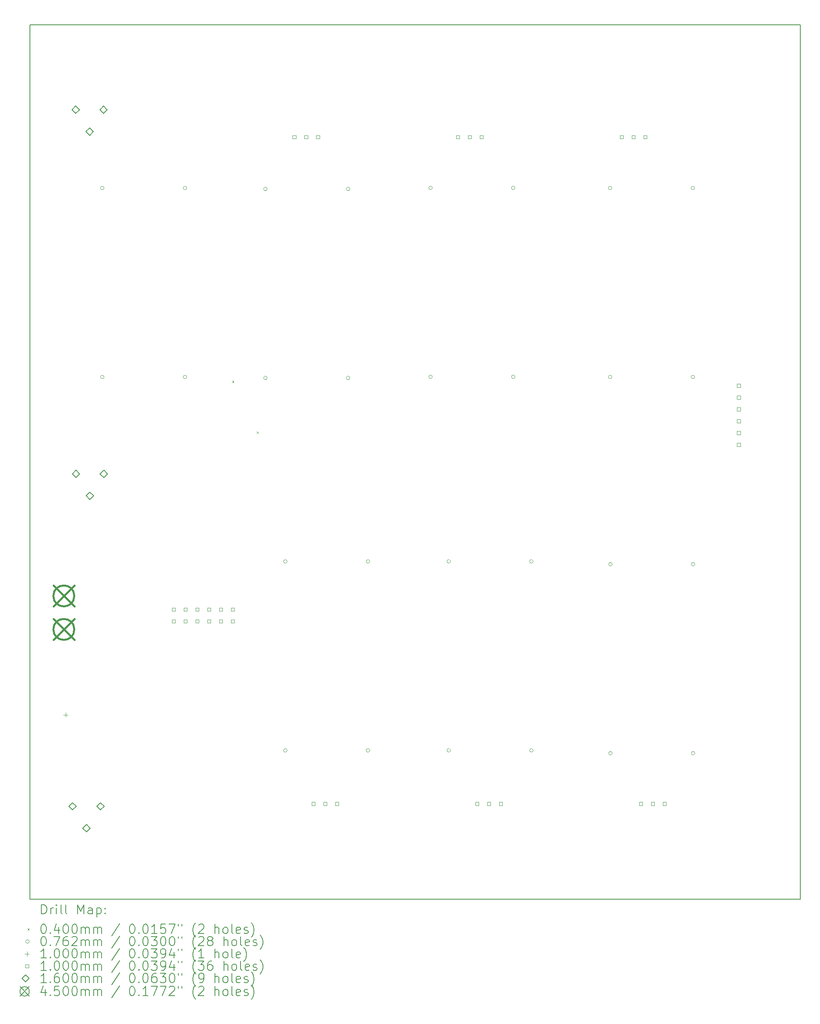
<source format=gbr>
%TF.GenerationSoftware,KiCad,Pcbnew,7.0.10*%
%TF.CreationDate,2024-03-06T15:34:58-05:00*%
%TF.ProjectId,Power_Supply,506f7765-725f-4537-9570-706c792e6b69,rev?*%
%TF.SameCoordinates,Original*%
%TF.FileFunction,Drillmap*%
%TF.FilePolarity,Positive*%
%FSLAX45Y45*%
G04 Gerber Fmt 4.5, Leading zero omitted, Abs format (unit mm)*
G04 Created by KiCad (PCBNEW 7.0.10) date 2024-03-06 15:34:58*
%MOMM*%
%LPD*%
G01*
G04 APERTURE LIST*
%ADD10C,0.200000*%
%ADD11C,0.100000*%
%ADD12C,0.160000*%
%ADD13C,0.450000*%
G04 APERTURE END LIST*
D10*
X9847167Y-4966000D02*
X26418167Y-4966000D01*
X26418167Y-23769000D01*
X9847167Y-23769000D01*
X9847167Y-4966000D01*
D11*
X14200000Y-12621000D02*
X14240000Y-12661000D01*
X14240000Y-12621000D02*
X14200000Y-12661000D01*
X14731000Y-13718000D02*
X14771000Y-13758000D01*
X14771000Y-13718000D02*
X14731000Y-13758000D01*
X11446100Y-8479000D02*
G75*
G03*
X11369900Y-8479000I-38100J0D01*
G01*
X11369900Y-8479000D02*
G75*
G03*
X11446100Y-8479000I38100J0D01*
G01*
X11446100Y-12543000D02*
G75*
G03*
X11369900Y-12543000I-38100J0D01*
G01*
X11369900Y-12543000D02*
G75*
G03*
X11446100Y-12543000I38100J0D01*
G01*
X13224100Y-8479000D02*
G75*
G03*
X13147900Y-8479000I-38100J0D01*
G01*
X13147900Y-8479000D02*
G75*
G03*
X13224100Y-8479000I38100J0D01*
G01*
X13224100Y-12543000D02*
G75*
G03*
X13147900Y-12543000I-38100J0D01*
G01*
X13147900Y-12543000D02*
G75*
G03*
X13224100Y-12543000I38100J0D01*
G01*
X14953100Y-8497000D02*
G75*
G03*
X14876900Y-8497000I-38100J0D01*
G01*
X14876900Y-8497000D02*
G75*
G03*
X14953100Y-8497000I38100J0D01*
G01*
X14953100Y-12561000D02*
G75*
G03*
X14876900Y-12561000I-38100J0D01*
G01*
X14876900Y-12561000D02*
G75*
G03*
X14953100Y-12561000I38100J0D01*
G01*
X15382100Y-16509000D02*
G75*
G03*
X15305900Y-16509000I-38100J0D01*
G01*
X15305900Y-16509000D02*
G75*
G03*
X15382100Y-16509000I38100J0D01*
G01*
X15382100Y-20573000D02*
G75*
G03*
X15305900Y-20573000I-38100J0D01*
G01*
X15305900Y-20573000D02*
G75*
G03*
X15382100Y-20573000I38100J0D01*
G01*
X16731100Y-8497000D02*
G75*
G03*
X16654900Y-8497000I-38100J0D01*
G01*
X16654900Y-8497000D02*
G75*
G03*
X16731100Y-8497000I38100J0D01*
G01*
X16731100Y-12561000D02*
G75*
G03*
X16654900Y-12561000I-38100J0D01*
G01*
X16654900Y-12561000D02*
G75*
G03*
X16731100Y-12561000I38100J0D01*
G01*
X17160100Y-16509000D02*
G75*
G03*
X17083900Y-16509000I-38100J0D01*
G01*
X17083900Y-16509000D02*
G75*
G03*
X17160100Y-16509000I38100J0D01*
G01*
X17160100Y-20573000D02*
G75*
G03*
X17083900Y-20573000I-38100J0D01*
G01*
X17083900Y-20573000D02*
G75*
G03*
X17160100Y-20573000I38100J0D01*
G01*
X18505100Y-8475000D02*
G75*
G03*
X18428900Y-8475000I-38100J0D01*
G01*
X18428900Y-8475000D02*
G75*
G03*
X18505100Y-8475000I38100J0D01*
G01*
X18505100Y-12539000D02*
G75*
G03*
X18428900Y-12539000I-38100J0D01*
G01*
X18428900Y-12539000D02*
G75*
G03*
X18505100Y-12539000I38100J0D01*
G01*
X18896100Y-16508000D02*
G75*
G03*
X18819900Y-16508000I-38100J0D01*
G01*
X18819900Y-16508000D02*
G75*
G03*
X18896100Y-16508000I38100J0D01*
G01*
X18896100Y-20572000D02*
G75*
G03*
X18819900Y-20572000I-38100J0D01*
G01*
X18819900Y-20572000D02*
G75*
G03*
X18896100Y-20572000I38100J0D01*
G01*
X20283100Y-8475000D02*
G75*
G03*
X20206900Y-8475000I-38100J0D01*
G01*
X20206900Y-8475000D02*
G75*
G03*
X20283100Y-8475000I38100J0D01*
G01*
X20283100Y-12539000D02*
G75*
G03*
X20206900Y-12539000I-38100J0D01*
G01*
X20206900Y-12539000D02*
G75*
G03*
X20283100Y-12539000I38100J0D01*
G01*
X20674100Y-16508000D02*
G75*
G03*
X20597900Y-16508000I-38100J0D01*
G01*
X20597900Y-16508000D02*
G75*
G03*
X20674100Y-16508000I38100J0D01*
G01*
X20674100Y-20572000D02*
G75*
G03*
X20597900Y-20572000I-38100J0D01*
G01*
X20597900Y-20572000D02*
G75*
G03*
X20674100Y-20572000I38100J0D01*
G01*
X22368100Y-8477000D02*
G75*
G03*
X22291900Y-8477000I-38100J0D01*
G01*
X22291900Y-8477000D02*
G75*
G03*
X22368100Y-8477000I38100J0D01*
G01*
X22368100Y-12541000D02*
G75*
G03*
X22291900Y-12541000I-38100J0D01*
G01*
X22291900Y-12541000D02*
G75*
G03*
X22368100Y-12541000I38100J0D01*
G01*
X22374100Y-16570000D02*
G75*
G03*
X22297900Y-16570000I-38100J0D01*
G01*
X22297900Y-16570000D02*
G75*
G03*
X22374100Y-16570000I38100J0D01*
G01*
X22374100Y-20634000D02*
G75*
G03*
X22297900Y-20634000I-38100J0D01*
G01*
X22297900Y-20634000D02*
G75*
G03*
X22374100Y-20634000I38100J0D01*
G01*
X24146100Y-8477000D02*
G75*
G03*
X24069900Y-8477000I-38100J0D01*
G01*
X24069900Y-8477000D02*
G75*
G03*
X24146100Y-8477000I38100J0D01*
G01*
X24146100Y-12541000D02*
G75*
G03*
X24069900Y-12541000I-38100J0D01*
G01*
X24069900Y-12541000D02*
G75*
G03*
X24146100Y-12541000I38100J0D01*
G01*
X24152100Y-16570000D02*
G75*
G03*
X24075900Y-16570000I-38100J0D01*
G01*
X24075900Y-16570000D02*
G75*
G03*
X24152100Y-16570000I38100J0D01*
G01*
X24152100Y-20634000D02*
G75*
G03*
X24075900Y-20634000I-38100J0D01*
G01*
X24075900Y-20634000D02*
G75*
G03*
X24152100Y-20634000I38100J0D01*
G01*
X10617000Y-19757000D02*
X10617000Y-19857000D01*
X10567000Y-19807000D02*
X10667000Y-19807000D01*
X12976356Y-17576356D02*
X12976356Y-17505644D01*
X12905644Y-17505644D01*
X12905644Y-17576356D01*
X12976356Y-17576356D01*
X12976356Y-17830356D02*
X12976356Y-17759644D01*
X12905644Y-17759644D01*
X12905644Y-17830356D01*
X12976356Y-17830356D01*
X13230356Y-17576356D02*
X13230356Y-17505644D01*
X13159644Y-17505644D01*
X13159644Y-17576356D01*
X13230356Y-17576356D01*
X13230356Y-17830356D02*
X13230356Y-17759644D01*
X13159644Y-17759644D01*
X13159644Y-17830356D01*
X13230356Y-17830356D01*
X13484356Y-17576356D02*
X13484356Y-17505644D01*
X13413644Y-17505644D01*
X13413644Y-17576356D01*
X13484356Y-17576356D01*
X13484356Y-17830356D02*
X13484356Y-17759644D01*
X13413644Y-17759644D01*
X13413644Y-17830356D01*
X13484356Y-17830356D01*
X13738356Y-17576356D02*
X13738356Y-17505644D01*
X13667644Y-17505644D01*
X13667644Y-17576356D01*
X13738356Y-17576356D01*
X13738356Y-17830356D02*
X13738356Y-17759644D01*
X13667644Y-17759644D01*
X13667644Y-17830356D01*
X13738356Y-17830356D01*
X13992356Y-17576356D02*
X13992356Y-17505644D01*
X13921644Y-17505644D01*
X13921644Y-17576356D01*
X13992356Y-17576356D01*
X13992356Y-17830356D02*
X13992356Y-17759644D01*
X13921644Y-17759644D01*
X13921644Y-17830356D01*
X13992356Y-17830356D01*
X14246356Y-17576356D02*
X14246356Y-17505644D01*
X14175644Y-17505644D01*
X14175644Y-17576356D01*
X14246356Y-17576356D01*
X14246356Y-17830356D02*
X14246356Y-17759644D01*
X14175644Y-17759644D01*
X14175644Y-17830356D01*
X14246356Y-17830356D01*
X15570856Y-7415689D02*
X15570856Y-7344977D01*
X15500145Y-7344977D01*
X15500145Y-7415689D01*
X15570856Y-7415689D01*
X15824856Y-7415689D02*
X15824856Y-7344977D01*
X15754145Y-7344977D01*
X15754145Y-7415689D01*
X15824856Y-7415689D01*
X15984356Y-21755356D02*
X15984356Y-21684644D01*
X15913644Y-21684644D01*
X15913644Y-21755356D01*
X15984356Y-21755356D01*
X16078856Y-7415689D02*
X16078856Y-7344977D01*
X16008145Y-7344977D01*
X16008145Y-7415689D01*
X16078856Y-7415689D01*
X16238356Y-21755356D02*
X16238356Y-21684644D01*
X16167644Y-21684644D01*
X16167644Y-21755356D01*
X16238356Y-21755356D01*
X16492356Y-21755356D02*
X16492356Y-21684644D01*
X16421644Y-21684644D01*
X16421644Y-21755356D01*
X16492356Y-21755356D01*
X19090756Y-7415689D02*
X19090756Y-7344977D01*
X19020045Y-7344977D01*
X19020045Y-7415689D01*
X19090756Y-7415689D01*
X19344756Y-7415689D02*
X19344756Y-7344977D01*
X19274045Y-7344977D01*
X19274045Y-7415689D01*
X19344756Y-7415689D01*
X19504256Y-21755356D02*
X19504256Y-21684644D01*
X19433544Y-21684644D01*
X19433544Y-21755356D01*
X19504256Y-21755356D01*
X19598756Y-7415689D02*
X19598756Y-7344977D01*
X19528045Y-7344977D01*
X19528045Y-7415689D01*
X19598756Y-7415689D01*
X19758256Y-21755356D02*
X19758256Y-21684644D01*
X19687544Y-21684644D01*
X19687544Y-21755356D01*
X19758256Y-21755356D01*
X20012256Y-21755356D02*
X20012256Y-21684644D01*
X19941544Y-21684644D01*
X19941544Y-21755356D01*
X20012256Y-21755356D01*
X22610656Y-7415689D02*
X22610656Y-7344977D01*
X22539945Y-7344977D01*
X22539945Y-7415689D01*
X22610656Y-7415689D01*
X22864656Y-7415689D02*
X22864656Y-7344977D01*
X22793945Y-7344977D01*
X22793945Y-7415689D01*
X22864656Y-7415689D01*
X23024156Y-21755356D02*
X23024156Y-21684644D01*
X22953444Y-21684644D01*
X22953444Y-21755356D01*
X23024156Y-21755356D01*
X23118656Y-7415689D02*
X23118656Y-7344977D01*
X23047945Y-7344977D01*
X23047945Y-7415689D01*
X23118656Y-7415689D01*
X23278156Y-21755356D02*
X23278156Y-21684644D01*
X23207444Y-21684644D01*
X23207444Y-21755356D01*
X23278156Y-21755356D01*
X23532156Y-21755356D02*
X23532156Y-21684644D01*
X23461444Y-21684644D01*
X23461444Y-21755356D01*
X23532156Y-21755356D01*
X25129022Y-12763356D02*
X25129022Y-12692644D01*
X25058311Y-12692644D01*
X25058311Y-12763356D01*
X25129022Y-12763356D01*
X25129022Y-13017356D02*
X25129022Y-12946644D01*
X25058311Y-12946644D01*
X25058311Y-13017356D01*
X25129022Y-13017356D01*
X25129022Y-13271356D02*
X25129022Y-13200644D01*
X25058311Y-13200644D01*
X25058311Y-13271356D01*
X25129022Y-13271356D01*
X25129022Y-13525356D02*
X25129022Y-13454644D01*
X25058311Y-13454644D01*
X25058311Y-13525356D01*
X25129022Y-13525356D01*
X25129022Y-13779356D02*
X25129022Y-13708644D01*
X25058311Y-13708644D01*
X25058311Y-13779356D01*
X25129022Y-13779356D01*
X25129022Y-14033356D02*
X25129022Y-13962644D01*
X25058311Y-13962644D01*
X25058311Y-14033356D01*
X25129022Y-14033356D01*
D12*
X10768000Y-21855000D02*
X10848000Y-21775000D01*
X10768000Y-21695000D01*
X10688000Y-21775000D01*
X10768000Y-21855000D01*
X10834000Y-6875333D02*
X10914000Y-6795333D01*
X10834000Y-6715333D01*
X10754000Y-6795333D01*
X10834000Y-6875333D01*
X10841000Y-14706000D02*
X10921000Y-14626000D01*
X10841000Y-14546000D01*
X10761000Y-14626000D01*
X10841000Y-14706000D01*
X11068000Y-22325000D02*
X11148000Y-22245000D01*
X11068000Y-22165000D01*
X10988000Y-22245000D01*
X11068000Y-22325000D01*
X11134000Y-7345333D02*
X11214000Y-7265333D01*
X11134000Y-7185333D01*
X11054000Y-7265333D01*
X11134000Y-7345333D01*
X11141000Y-15176000D02*
X11221000Y-15096000D01*
X11141000Y-15016000D01*
X11061000Y-15096000D01*
X11141000Y-15176000D01*
X11368000Y-21855000D02*
X11448000Y-21775000D01*
X11368000Y-21695000D01*
X11288000Y-21775000D01*
X11368000Y-21855000D01*
X11434000Y-6875333D02*
X11514000Y-6795333D01*
X11434000Y-6715333D01*
X11354000Y-6795333D01*
X11434000Y-6875333D01*
X11441000Y-14706000D02*
X11521000Y-14626000D01*
X11441000Y-14546000D01*
X11361000Y-14626000D01*
X11441000Y-14706000D01*
D13*
X10355000Y-17026000D02*
X10805000Y-17476000D01*
X10805000Y-17026000D02*
X10355000Y-17476000D01*
X10805000Y-17251000D02*
G75*
G03*
X10355000Y-17251000I-225000J0D01*
G01*
X10355000Y-17251000D02*
G75*
G03*
X10805000Y-17251000I225000J0D01*
G01*
X10355000Y-17746000D02*
X10805000Y-18196000D01*
X10805000Y-17746000D02*
X10355000Y-18196000D01*
X10805000Y-17971000D02*
G75*
G03*
X10355000Y-17971000I-225000J0D01*
G01*
X10355000Y-17971000D02*
G75*
G03*
X10805000Y-17971000I225000J0D01*
G01*
D10*
X10097944Y-24090484D02*
X10097944Y-23890484D01*
X10097944Y-23890484D02*
X10145563Y-23890484D01*
X10145563Y-23890484D02*
X10174134Y-23900008D01*
X10174134Y-23900008D02*
X10193182Y-23919055D01*
X10193182Y-23919055D02*
X10202706Y-23938103D01*
X10202706Y-23938103D02*
X10212229Y-23976198D01*
X10212229Y-23976198D02*
X10212229Y-24004769D01*
X10212229Y-24004769D02*
X10202706Y-24042865D01*
X10202706Y-24042865D02*
X10193182Y-24061912D01*
X10193182Y-24061912D02*
X10174134Y-24080960D01*
X10174134Y-24080960D02*
X10145563Y-24090484D01*
X10145563Y-24090484D02*
X10097944Y-24090484D01*
X10297944Y-24090484D02*
X10297944Y-23957150D01*
X10297944Y-23995246D02*
X10307467Y-23976198D01*
X10307467Y-23976198D02*
X10316991Y-23966674D01*
X10316991Y-23966674D02*
X10336039Y-23957150D01*
X10336039Y-23957150D02*
X10355087Y-23957150D01*
X10421753Y-24090484D02*
X10421753Y-23957150D01*
X10421753Y-23890484D02*
X10412229Y-23900008D01*
X10412229Y-23900008D02*
X10421753Y-23909531D01*
X10421753Y-23909531D02*
X10431277Y-23900008D01*
X10431277Y-23900008D02*
X10421753Y-23890484D01*
X10421753Y-23890484D02*
X10421753Y-23909531D01*
X10545563Y-24090484D02*
X10526515Y-24080960D01*
X10526515Y-24080960D02*
X10516991Y-24061912D01*
X10516991Y-24061912D02*
X10516991Y-23890484D01*
X10650325Y-24090484D02*
X10631277Y-24080960D01*
X10631277Y-24080960D02*
X10621753Y-24061912D01*
X10621753Y-24061912D02*
X10621753Y-23890484D01*
X10878896Y-24090484D02*
X10878896Y-23890484D01*
X10878896Y-23890484D02*
X10945563Y-24033341D01*
X10945563Y-24033341D02*
X11012229Y-23890484D01*
X11012229Y-23890484D02*
X11012229Y-24090484D01*
X11193182Y-24090484D02*
X11193182Y-23985722D01*
X11193182Y-23985722D02*
X11183658Y-23966674D01*
X11183658Y-23966674D02*
X11164610Y-23957150D01*
X11164610Y-23957150D02*
X11126515Y-23957150D01*
X11126515Y-23957150D02*
X11107467Y-23966674D01*
X11193182Y-24080960D02*
X11174134Y-24090484D01*
X11174134Y-24090484D02*
X11126515Y-24090484D01*
X11126515Y-24090484D02*
X11107467Y-24080960D01*
X11107467Y-24080960D02*
X11097944Y-24061912D01*
X11097944Y-24061912D02*
X11097944Y-24042865D01*
X11097944Y-24042865D02*
X11107467Y-24023817D01*
X11107467Y-24023817D02*
X11126515Y-24014293D01*
X11126515Y-24014293D02*
X11174134Y-24014293D01*
X11174134Y-24014293D02*
X11193182Y-24004769D01*
X11288420Y-23957150D02*
X11288420Y-24157150D01*
X11288420Y-23966674D02*
X11307467Y-23957150D01*
X11307467Y-23957150D02*
X11345563Y-23957150D01*
X11345563Y-23957150D02*
X11364610Y-23966674D01*
X11364610Y-23966674D02*
X11374134Y-23976198D01*
X11374134Y-23976198D02*
X11383658Y-23995246D01*
X11383658Y-23995246D02*
X11383658Y-24052388D01*
X11383658Y-24052388D02*
X11374134Y-24071436D01*
X11374134Y-24071436D02*
X11364610Y-24080960D01*
X11364610Y-24080960D02*
X11345563Y-24090484D01*
X11345563Y-24090484D02*
X11307467Y-24090484D01*
X11307467Y-24090484D02*
X11288420Y-24080960D01*
X11469372Y-24071436D02*
X11478896Y-24080960D01*
X11478896Y-24080960D02*
X11469372Y-24090484D01*
X11469372Y-24090484D02*
X11459848Y-24080960D01*
X11459848Y-24080960D02*
X11469372Y-24071436D01*
X11469372Y-24071436D02*
X11469372Y-24090484D01*
X11469372Y-23966674D02*
X11478896Y-23976198D01*
X11478896Y-23976198D02*
X11469372Y-23985722D01*
X11469372Y-23985722D02*
X11459848Y-23976198D01*
X11459848Y-23976198D02*
X11469372Y-23966674D01*
X11469372Y-23966674D02*
X11469372Y-23985722D01*
D11*
X9797167Y-24399000D02*
X9837167Y-24439000D01*
X9837167Y-24399000D02*
X9797167Y-24439000D01*
D10*
X10136039Y-24310484D02*
X10155087Y-24310484D01*
X10155087Y-24310484D02*
X10174134Y-24320008D01*
X10174134Y-24320008D02*
X10183658Y-24329531D01*
X10183658Y-24329531D02*
X10193182Y-24348579D01*
X10193182Y-24348579D02*
X10202706Y-24386674D01*
X10202706Y-24386674D02*
X10202706Y-24434293D01*
X10202706Y-24434293D02*
X10193182Y-24472388D01*
X10193182Y-24472388D02*
X10183658Y-24491436D01*
X10183658Y-24491436D02*
X10174134Y-24500960D01*
X10174134Y-24500960D02*
X10155087Y-24510484D01*
X10155087Y-24510484D02*
X10136039Y-24510484D01*
X10136039Y-24510484D02*
X10116991Y-24500960D01*
X10116991Y-24500960D02*
X10107467Y-24491436D01*
X10107467Y-24491436D02*
X10097944Y-24472388D01*
X10097944Y-24472388D02*
X10088420Y-24434293D01*
X10088420Y-24434293D02*
X10088420Y-24386674D01*
X10088420Y-24386674D02*
X10097944Y-24348579D01*
X10097944Y-24348579D02*
X10107467Y-24329531D01*
X10107467Y-24329531D02*
X10116991Y-24320008D01*
X10116991Y-24320008D02*
X10136039Y-24310484D01*
X10288420Y-24491436D02*
X10297944Y-24500960D01*
X10297944Y-24500960D02*
X10288420Y-24510484D01*
X10288420Y-24510484D02*
X10278896Y-24500960D01*
X10278896Y-24500960D02*
X10288420Y-24491436D01*
X10288420Y-24491436D02*
X10288420Y-24510484D01*
X10469372Y-24377150D02*
X10469372Y-24510484D01*
X10421753Y-24300960D02*
X10374134Y-24443817D01*
X10374134Y-24443817D02*
X10497944Y-24443817D01*
X10612229Y-24310484D02*
X10631277Y-24310484D01*
X10631277Y-24310484D02*
X10650325Y-24320008D01*
X10650325Y-24320008D02*
X10659848Y-24329531D01*
X10659848Y-24329531D02*
X10669372Y-24348579D01*
X10669372Y-24348579D02*
X10678896Y-24386674D01*
X10678896Y-24386674D02*
X10678896Y-24434293D01*
X10678896Y-24434293D02*
X10669372Y-24472388D01*
X10669372Y-24472388D02*
X10659848Y-24491436D01*
X10659848Y-24491436D02*
X10650325Y-24500960D01*
X10650325Y-24500960D02*
X10631277Y-24510484D01*
X10631277Y-24510484D02*
X10612229Y-24510484D01*
X10612229Y-24510484D02*
X10593182Y-24500960D01*
X10593182Y-24500960D02*
X10583658Y-24491436D01*
X10583658Y-24491436D02*
X10574134Y-24472388D01*
X10574134Y-24472388D02*
X10564610Y-24434293D01*
X10564610Y-24434293D02*
X10564610Y-24386674D01*
X10564610Y-24386674D02*
X10574134Y-24348579D01*
X10574134Y-24348579D02*
X10583658Y-24329531D01*
X10583658Y-24329531D02*
X10593182Y-24320008D01*
X10593182Y-24320008D02*
X10612229Y-24310484D01*
X10802706Y-24310484D02*
X10821753Y-24310484D01*
X10821753Y-24310484D02*
X10840801Y-24320008D01*
X10840801Y-24320008D02*
X10850325Y-24329531D01*
X10850325Y-24329531D02*
X10859848Y-24348579D01*
X10859848Y-24348579D02*
X10869372Y-24386674D01*
X10869372Y-24386674D02*
X10869372Y-24434293D01*
X10869372Y-24434293D02*
X10859848Y-24472388D01*
X10859848Y-24472388D02*
X10850325Y-24491436D01*
X10850325Y-24491436D02*
X10840801Y-24500960D01*
X10840801Y-24500960D02*
X10821753Y-24510484D01*
X10821753Y-24510484D02*
X10802706Y-24510484D01*
X10802706Y-24510484D02*
X10783658Y-24500960D01*
X10783658Y-24500960D02*
X10774134Y-24491436D01*
X10774134Y-24491436D02*
X10764610Y-24472388D01*
X10764610Y-24472388D02*
X10755087Y-24434293D01*
X10755087Y-24434293D02*
X10755087Y-24386674D01*
X10755087Y-24386674D02*
X10764610Y-24348579D01*
X10764610Y-24348579D02*
X10774134Y-24329531D01*
X10774134Y-24329531D02*
X10783658Y-24320008D01*
X10783658Y-24320008D02*
X10802706Y-24310484D01*
X10955087Y-24510484D02*
X10955087Y-24377150D01*
X10955087Y-24396198D02*
X10964610Y-24386674D01*
X10964610Y-24386674D02*
X10983658Y-24377150D01*
X10983658Y-24377150D02*
X11012229Y-24377150D01*
X11012229Y-24377150D02*
X11031277Y-24386674D01*
X11031277Y-24386674D02*
X11040801Y-24405722D01*
X11040801Y-24405722D02*
X11040801Y-24510484D01*
X11040801Y-24405722D02*
X11050325Y-24386674D01*
X11050325Y-24386674D02*
X11069372Y-24377150D01*
X11069372Y-24377150D02*
X11097944Y-24377150D01*
X11097944Y-24377150D02*
X11116991Y-24386674D01*
X11116991Y-24386674D02*
X11126515Y-24405722D01*
X11126515Y-24405722D02*
X11126515Y-24510484D01*
X11221753Y-24510484D02*
X11221753Y-24377150D01*
X11221753Y-24396198D02*
X11231277Y-24386674D01*
X11231277Y-24386674D02*
X11250325Y-24377150D01*
X11250325Y-24377150D02*
X11278896Y-24377150D01*
X11278896Y-24377150D02*
X11297944Y-24386674D01*
X11297944Y-24386674D02*
X11307467Y-24405722D01*
X11307467Y-24405722D02*
X11307467Y-24510484D01*
X11307467Y-24405722D02*
X11316991Y-24386674D01*
X11316991Y-24386674D02*
X11336039Y-24377150D01*
X11336039Y-24377150D02*
X11364610Y-24377150D01*
X11364610Y-24377150D02*
X11383658Y-24386674D01*
X11383658Y-24386674D02*
X11393182Y-24405722D01*
X11393182Y-24405722D02*
X11393182Y-24510484D01*
X11783658Y-24300960D02*
X11612229Y-24558103D01*
X12040801Y-24310484D02*
X12059849Y-24310484D01*
X12059849Y-24310484D02*
X12078896Y-24320008D01*
X12078896Y-24320008D02*
X12088420Y-24329531D01*
X12088420Y-24329531D02*
X12097944Y-24348579D01*
X12097944Y-24348579D02*
X12107468Y-24386674D01*
X12107468Y-24386674D02*
X12107468Y-24434293D01*
X12107468Y-24434293D02*
X12097944Y-24472388D01*
X12097944Y-24472388D02*
X12088420Y-24491436D01*
X12088420Y-24491436D02*
X12078896Y-24500960D01*
X12078896Y-24500960D02*
X12059849Y-24510484D01*
X12059849Y-24510484D02*
X12040801Y-24510484D01*
X12040801Y-24510484D02*
X12021753Y-24500960D01*
X12021753Y-24500960D02*
X12012229Y-24491436D01*
X12012229Y-24491436D02*
X12002706Y-24472388D01*
X12002706Y-24472388D02*
X11993182Y-24434293D01*
X11993182Y-24434293D02*
X11993182Y-24386674D01*
X11993182Y-24386674D02*
X12002706Y-24348579D01*
X12002706Y-24348579D02*
X12012229Y-24329531D01*
X12012229Y-24329531D02*
X12021753Y-24320008D01*
X12021753Y-24320008D02*
X12040801Y-24310484D01*
X12193182Y-24491436D02*
X12202706Y-24500960D01*
X12202706Y-24500960D02*
X12193182Y-24510484D01*
X12193182Y-24510484D02*
X12183658Y-24500960D01*
X12183658Y-24500960D02*
X12193182Y-24491436D01*
X12193182Y-24491436D02*
X12193182Y-24510484D01*
X12326515Y-24310484D02*
X12345563Y-24310484D01*
X12345563Y-24310484D02*
X12364610Y-24320008D01*
X12364610Y-24320008D02*
X12374134Y-24329531D01*
X12374134Y-24329531D02*
X12383658Y-24348579D01*
X12383658Y-24348579D02*
X12393182Y-24386674D01*
X12393182Y-24386674D02*
X12393182Y-24434293D01*
X12393182Y-24434293D02*
X12383658Y-24472388D01*
X12383658Y-24472388D02*
X12374134Y-24491436D01*
X12374134Y-24491436D02*
X12364610Y-24500960D01*
X12364610Y-24500960D02*
X12345563Y-24510484D01*
X12345563Y-24510484D02*
X12326515Y-24510484D01*
X12326515Y-24510484D02*
X12307468Y-24500960D01*
X12307468Y-24500960D02*
X12297944Y-24491436D01*
X12297944Y-24491436D02*
X12288420Y-24472388D01*
X12288420Y-24472388D02*
X12278896Y-24434293D01*
X12278896Y-24434293D02*
X12278896Y-24386674D01*
X12278896Y-24386674D02*
X12288420Y-24348579D01*
X12288420Y-24348579D02*
X12297944Y-24329531D01*
X12297944Y-24329531D02*
X12307468Y-24320008D01*
X12307468Y-24320008D02*
X12326515Y-24310484D01*
X12583658Y-24510484D02*
X12469372Y-24510484D01*
X12526515Y-24510484D02*
X12526515Y-24310484D01*
X12526515Y-24310484D02*
X12507468Y-24339055D01*
X12507468Y-24339055D02*
X12488420Y-24358103D01*
X12488420Y-24358103D02*
X12469372Y-24367627D01*
X12764610Y-24310484D02*
X12669372Y-24310484D01*
X12669372Y-24310484D02*
X12659849Y-24405722D01*
X12659849Y-24405722D02*
X12669372Y-24396198D01*
X12669372Y-24396198D02*
X12688420Y-24386674D01*
X12688420Y-24386674D02*
X12736039Y-24386674D01*
X12736039Y-24386674D02*
X12755087Y-24396198D01*
X12755087Y-24396198D02*
X12764610Y-24405722D01*
X12764610Y-24405722D02*
X12774134Y-24424769D01*
X12774134Y-24424769D02*
X12774134Y-24472388D01*
X12774134Y-24472388D02*
X12764610Y-24491436D01*
X12764610Y-24491436D02*
X12755087Y-24500960D01*
X12755087Y-24500960D02*
X12736039Y-24510484D01*
X12736039Y-24510484D02*
X12688420Y-24510484D01*
X12688420Y-24510484D02*
X12669372Y-24500960D01*
X12669372Y-24500960D02*
X12659849Y-24491436D01*
X12840801Y-24310484D02*
X12974134Y-24310484D01*
X12974134Y-24310484D02*
X12888420Y-24510484D01*
X13040801Y-24310484D02*
X13040801Y-24348579D01*
X13116991Y-24310484D02*
X13116991Y-24348579D01*
X13412230Y-24586674D02*
X13402706Y-24577150D01*
X13402706Y-24577150D02*
X13383658Y-24548579D01*
X13383658Y-24548579D02*
X13374134Y-24529531D01*
X13374134Y-24529531D02*
X13364611Y-24500960D01*
X13364611Y-24500960D02*
X13355087Y-24453341D01*
X13355087Y-24453341D02*
X13355087Y-24415246D01*
X13355087Y-24415246D02*
X13364611Y-24367627D01*
X13364611Y-24367627D02*
X13374134Y-24339055D01*
X13374134Y-24339055D02*
X13383658Y-24320008D01*
X13383658Y-24320008D02*
X13402706Y-24291436D01*
X13402706Y-24291436D02*
X13412230Y-24281912D01*
X13478896Y-24329531D02*
X13488420Y-24320008D01*
X13488420Y-24320008D02*
X13507468Y-24310484D01*
X13507468Y-24310484D02*
X13555087Y-24310484D01*
X13555087Y-24310484D02*
X13574134Y-24320008D01*
X13574134Y-24320008D02*
X13583658Y-24329531D01*
X13583658Y-24329531D02*
X13593182Y-24348579D01*
X13593182Y-24348579D02*
X13593182Y-24367627D01*
X13593182Y-24367627D02*
X13583658Y-24396198D01*
X13583658Y-24396198D02*
X13469372Y-24510484D01*
X13469372Y-24510484D02*
X13593182Y-24510484D01*
X13831277Y-24510484D02*
X13831277Y-24310484D01*
X13916992Y-24510484D02*
X13916992Y-24405722D01*
X13916992Y-24405722D02*
X13907468Y-24386674D01*
X13907468Y-24386674D02*
X13888420Y-24377150D01*
X13888420Y-24377150D02*
X13859849Y-24377150D01*
X13859849Y-24377150D02*
X13840801Y-24386674D01*
X13840801Y-24386674D02*
X13831277Y-24396198D01*
X14040801Y-24510484D02*
X14021753Y-24500960D01*
X14021753Y-24500960D02*
X14012230Y-24491436D01*
X14012230Y-24491436D02*
X14002706Y-24472388D01*
X14002706Y-24472388D02*
X14002706Y-24415246D01*
X14002706Y-24415246D02*
X14012230Y-24396198D01*
X14012230Y-24396198D02*
X14021753Y-24386674D01*
X14021753Y-24386674D02*
X14040801Y-24377150D01*
X14040801Y-24377150D02*
X14069373Y-24377150D01*
X14069373Y-24377150D02*
X14088420Y-24386674D01*
X14088420Y-24386674D02*
X14097944Y-24396198D01*
X14097944Y-24396198D02*
X14107468Y-24415246D01*
X14107468Y-24415246D02*
X14107468Y-24472388D01*
X14107468Y-24472388D02*
X14097944Y-24491436D01*
X14097944Y-24491436D02*
X14088420Y-24500960D01*
X14088420Y-24500960D02*
X14069373Y-24510484D01*
X14069373Y-24510484D02*
X14040801Y-24510484D01*
X14221753Y-24510484D02*
X14202706Y-24500960D01*
X14202706Y-24500960D02*
X14193182Y-24481912D01*
X14193182Y-24481912D02*
X14193182Y-24310484D01*
X14374134Y-24500960D02*
X14355087Y-24510484D01*
X14355087Y-24510484D02*
X14316992Y-24510484D01*
X14316992Y-24510484D02*
X14297944Y-24500960D01*
X14297944Y-24500960D02*
X14288420Y-24481912D01*
X14288420Y-24481912D02*
X14288420Y-24405722D01*
X14288420Y-24405722D02*
X14297944Y-24386674D01*
X14297944Y-24386674D02*
X14316992Y-24377150D01*
X14316992Y-24377150D02*
X14355087Y-24377150D01*
X14355087Y-24377150D02*
X14374134Y-24386674D01*
X14374134Y-24386674D02*
X14383658Y-24405722D01*
X14383658Y-24405722D02*
X14383658Y-24424769D01*
X14383658Y-24424769D02*
X14288420Y-24443817D01*
X14459849Y-24500960D02*
X14478896Y-24510484D01*
X14478896Y-24510484D02*
X14516992Y-24510484D01*
X14516992Y-24510484D02*
X14536039Y-24500960D01*
X14536039Y-24500960D02*
X14545563Y-24481912D01*
X14545563Y-24481912D02*
X14545563Y-24472388D01*
X14545563Y-24472388D02*
X14536039Y-24453341D01*
X14536039Y-24453341D02*
X14516992Y-24443817D01*
X14516992Y-24443817D02*
X14488420Y-24443817D01*
X14488420Y-24443817D02*
X14469373Y-24434293D01*
X14469373Y-24434293D02*
X14459849Y-24415246D01*
X14459849Y-24415246D02*
X14459849Y-24405722D01*
X14459849Y-24405722D02*
X14469373Y-24386674D01*
X14469373Y-24386674D02*
X14488420Y-24377150D01*
X14488420Y-24377150D02*
X14516992Y-24377150D01*
X14516992Y-24377150D02*
X14536039Y-24386674D01*
X14612230Y-24586674D02*
X14621754Y-24577150D01*
X14621754Y-24577150D02*
X14640801Y-24548579D01*
X14640801Y-24548579D02*
X14650325Y-24529531D01*
X14650325Y-24529531D02*
X14659849Y-24500960D01*
X14659849Y-24500960D02*
X14669373Y-24453341D01*
X14669373Y-24453341D02*
X14669373Y-24415246D01*
X14669373Y-24415246D02*
X14659849Y-24367627D01*
X14659849Y-24367627D02*
X14650325Y-24339055D01*
X14650325Y-24339055D02*
X14640801Y-24320008D01*
X14640801Y-24320008D02*
X14621754Y-24291436D01*
X14621754Y-24291436D02*
X14612230Y-24281912D01*
D11*
X9837167Y-24683000D02*
G75*
G03*
X9760967Y-24683000I-38100J0D01*
G01*
X9760967Y-24683000D02*
G75*
G03*
X9837167Y-24683000I38100J0D01*
G01*
D10*
X10136039Y-24574484D02*
X10155087Y-24574484D01*
X10155087Y-24574484D02*
X10174134Y-24584008D01*
X10174134Y-24584008D02*
X10183658Y-24593531D01*
X10183658Y-24593531D02*
X10193182Y-24612579D01*
X10193182Y-24612579D02*
X10202706Y-24650674D01*
X10202706Y-24650674D02*
X10202706Y-24698293D01*
X10202706Y-24698293D02*
X10193182Y-24736388D01*
X10193182Y-24736388D02*
X10183658Y-24755436D01*
X10183658Y-24755436D02*
X10174134Y-24764960D01*
X10174134Y-24764960D02*
X10155087Y-24774484D01*
X10155087Y-24774484D02*
X10136039Y-24774484D01*
X10136039Y-24774484D02*
X10116991Y-24764960D01*
X10116991Y-24764960D02*
X10107467Y-24755436D01*
X10107467Y-24755436D02*
X10097944Y-24736388D01*
X10097944Y-24736388D02*
X10088420Y-24698293D01*
X10088420Y-24698293D02*
X10088420Y-24650674D01*
X10088420Y-24650674D02*
X10097944Y-24612579D01*
X10097944Y-24612579D02*
X10107467Y-24593531D01*
X10107467Y-24593531D02*
X10116991Y-24584008D01*
X10116991Y-24584008D02*
X10136039Y-24574484D01*
X10288420Y-24755436D02*
X10297944Y-24764960D01*
X10297944Y-24764960D02*
X10288420Y-24774484D01*
X10288420Y-24774484D02*
X10278896Y-24764960D01*
X10278896Y-24764960D02*
X10288420Y-24755436D01*
X10288420Y-24755436D02*
X10288420Y-24774484D01*
X10364610Y-24574484D02*
X10497944Y-24574484D01*
X10497944Y-24574484D02*
X10412229Y-24774484D01*
X10659848Y-24574484D02*
X10621753Y-24574484D01*
X10621753Y-24574484D02*
X10602706Y-24584008D01*
X10602706Y-24584008D02*
X10593182Y-24593531D01*
X10593182Y-24593531D02*
X10574134Y-24622103D01*
X10574134Y-24622103D02*
X10564610Y-24660198D01*
X10564610Y-24660198D02*
X10564610Y-24736388D01*
X10564610Y-24736388D02*
X10574134Y-24755436D01*
X10574134Y-24755436D02*
X10583658Y-24764960D01*
X10583658Y-24764960D02*
X10602706Y-24774484D01*
X10602706Y-24774484D02*
X10640801Y-24774484D01*
X10640801Y-24774484D02*
X10659848Y-24764960D01*
X10659848Y-24764960D02*
X10669372Y-24755436D01*
X10669372Y-24755436D02*
X10678896Y-24736388D01*
X10678896Y-24736388D02*
X10678896Y-24688769D01*
X10678896Y-24688769D02*
X10669372Y-24669722D01*
X10669372Y-24669722D02*
X10659848Y-24660198D01*
X10659848Y-24660198D02*
X10640801Y-24650674D01*
X10640801Y-24650674D02*
X10602706Y-24650674D01*
X10602706Y-24650674D02*
X10583658Y-24660198D01*
X10583658Y-24660198D02*
X10574134Y-24669722D01*
X10574134Y-24669722D02*
X10564610Y-24688769D01*
X10755087Y-24593531D02*
X10764610Y-24584008D01*
X10764610Y-24584008D02*
X10783658Y-24574484D01*
X10783658Y-24574484D02*
X10831277Y-24574484D01*
X10831277Y-24574484D02*
X10850325Y-24584008D01*
X10850325Y-24584008D02*
X10859848Y-24593531D01*
X10859848Y-24593531D02*
X10869372Y-24612579D01*
X10869372Y-24612579D02*
X10869372Y-24631627D01*
X10869372Y-24631627D02*
X10859848Y-24660198D01*
X10859848Y-24660198D02*
X10745563Y-24774484D01*
X10745563Y-24774484D02*
X10869372Y-24774484D01*
X10955087Y-24774484D02*
X10955087Y-24641150D01*
X10955087Y-24660198D02*
X10964610Y-24650674D01*
X10964610Y-24650674D02*
X10983658Y-24641150D01*
X10983658Y-24641150D02*
X11012229Y-24641150D01*
X11012229Y-24641150D02*
X11031277Y-24650674D01*
X11031277Y-24650674D02*
X11040801Y-24669722D01*
X11040801Y-24669722D02*
X11040801Y-24774484D01*
X11040801Y-24669722D02*
X11050325Y-24650674D01*
X11050325Y-24650674D02*
X11069372Y-24641150D01*
X11069372Y-24641150D02*
X11097944Y-24641150D01*
X11097944Y-24641150D02*
X11116991Y-24650674D01*
X11116991Y-24650674D02*
X11126515Y-24669722D01*
X11126515Y-24669722D02*
X11126515Y-24774484D01*
X11221753Y-24774484D02*
X11221753Y-24641150D01*
X11221753Y-24660198D02*
X11231277Y-24650674D01*
X11231277Y-24650674D02*
X11250325Y-24641150D01*
X11250325Y-24641150D02*
X11278896Y-24641150D01*
X11278896Y-24641150D02*
X11297944Y-24650674D01*
X11297944Y-24650674D02*
X11307467Y-24669722D01*
X11307467Y-24669722D02*
X11307467Y-24774484D01*
X11307467Y-24669722D02*
X11316991Y-24650674D01*
X11316991Y-24650674D02*
X11336039Y-24641150D01*
X11336039Y-24641150D02*
X11364610Y-24641150D01*
X11364610Y-24641150D02*
X11383658Y-24650674D01*
X11383658Y-24650674D02*
X11393182Y-24669722D01*
X11393182Y-24669722D02*
X11393182Y-24774484D01*
X11783658Y-24564960D02*
X11612229Y-24822103D01*
X12040801Y-24574484D02*
X12059849Y-24574484D01*
X12059849Y-24574484D02*
X12078896Y-24584008D01*
X12078896Y-24584008D02*
X12088420Y-24593531D01*
X12088420Y-24593531D02*
X12097944Y-24612579D01*
X12097944Y-24612579D02*
X12107468Y-24650674D01*
X12107468Y-24650674D02*
X12107468Y-24698293D01*
X12107468Y-24698293D02*
X12097944Y-24736388D01*
X12097944Y-24736388D02*
X12088420Y-24755436D01*
X12088420Y-24755436D02*
X12078896Y-24764960D01*
X12078896Y-24764960D02*
X12059849Y-24774484D01*
X12059849Y-24774484D02*
X12040801Y-24774484D01*
X12040801Y-24774484D02*
X12021753Y-24764960D01*
X12021753Y-24764960D02*
X12012229Y-24755436D01*
X12012229Y-24755436D02*
X12002706Y-24736388D01*
X12002706Y-24736388D02*
X11993182Y-24698293D01*
X11993182Y-24698293D02*
X11993182Y-24650674D01*
X11993182Y-24650674D02*
X12002706Y-24612579D01*
X12002706Y-24612579D02*
X12012229Y-24593531D01*
X12012229Y-24593531D02*
X12021753Y-24584008D01*
X12021753Y-24584008D02*
X12040801Y-24574484D01*
X12193182Y-24755436D02*
X12202706Y-24764960D01*
X12202706Y-24764960D02*
X12193182Y-24774484D01*
X12193182Y-24774484D02*
X12183658Y-24764960D01*
X12183658Y-24764960D02*
X12193182Y-24755436D01*
X12193182Y-24755436D02*
X12193182Y-24774484D01*
X12326515Y-24574484D02*
X12345563Y-24574484D01*
X12345563Y-24574484D02*
X12364610Y-24584008D01*
X12364610Y-24584008D02*
X12374134Y-24593531D01*
X12374134Y-24593531D02*
X12383658Y-24612579D01*
X12383658Y-24612579D02*
X12393182Y-24650674D01*
X12393182Y-24650674D02*
X12393182Y-24698293D01*
X12393182Y-24698293D02*
X12383658Y-24736388D01*
X12383658Y-24736388D02*
X12374134Y-24755436D01*
X12374134Y-24755436D02*
X12364610Y-24764960D01*
X12364610Y-24764960D02*
X12345563Y-24774484D01*
X12345563Y-24774484D02*
X12326515Y-24774484D01*
X12326515Y-24774484D02*
X12307468Y-24764960D01*
X12307468Y-24764960D02*
X12297944Y-24755436D01*
X12297944Y-24755436D02*
X12288420Y-24736388D01*
X12288420Y-24736388D02*
X12278896Y-24698293D01*
X12278896Y-24698293D02*
X12278896Y-24650674D01*
X12278896Y-24650674D02*
X12288420Y-24612579D01*
X12288420Y-24612579D02*
X12297944Y-24593531D01*
X12297944Y-24593531D02*
X12307468Y-24584008D01*
X12307468Y-24584008D02*
X12326515Y-24574484D01*
X12459849Y-24574484D02*
X12583658Y-24574484D01*
X12583658Y-24574484D02*
X12516991Y-24650674D01*
X12516991Y-24650674D02*
X12545563Y-24650674D01*
X12545563Y-24650674D02*
X12564610Y-24660198D01*
X12564610Y-24660198D02*
X12574134Y-24669722D01*
X12574134Y-24669722D02*
X12583658Y-24688769D01*
X12583658Y-24688769D02*
X12583658Y-24736388D01*
X12583658Y-24736388D02*
X12574134Y-24755436D01*
X12574134Y-24755436D02*
X12564610Y-24764960D01*
X12564610Y-24764960D02*
X12545563Y-24774484D01*
X12545563Y-24774484D02*
X12488420Y-24774484D01*
X12488420Y-24774484D02*
X12469372Y-24764960D01*
X12469372Y-24764960D02*
X12459849Y-24755436D01*
X12707468Y-24574484D02*
X12726515Y-24574484D01*
X12726515Y-24574484D02*
X12745563Y-24584008D01*
X12745563Y-24584008D02*
X12755087Y-24593531D01*
X12755087Y-24593531D02*
X12764610Y-24612579D01*
X12764610Y-24612579D02*
X12774134Y-24650674D01*
X12774134Y-24650674D02*
X12774134Y-24698293D01*
X12774134Y-24698293D02*
X12764610Y-24736388D01*
X12764610Y-24736388D02*
X12755087Y-24755436D01*
X12755087Y-24755436D02*
X12745563Y-24764960D01*
X12745563Y-24764960D02*
X12726515Y-24774484D01*
X12726515Y-24774484D02*
X12707468Y-24774484D01*
X12707468Y-24774484D02*
X12688420Y-24764960D01*
X12688420Y-24764960D02*
X12678896Y-24755436D01*
X12678896Y-24755436D02*
X12669372Y-24736388D01*
X12669372Y-24736388D02*
X12659849Y-24698293D01*
X12659849Y-24698293D02*
X12659849Y-24650674D01*
X12659849Y-24650674D02*
X12669372Y-24612579D01*
X12669372Y-24612579D02*
X12678896Y-24593531D01*
X12678896Y-24593531D02*
X12688420Y-24584008D01*
X12688420Y-24584008D02*
X12707468Y-24574484D01*
X12897944Y-24574484D02*
X12916991Y-24574484D01*
X12916991Y-24574484D02*
X12936039Y-24584008D01*
X12936039Y-24584008D02*
X12945563Y-24593531D01*
X12945563Y-24593531D02*
X12955087Y-24612579D01*
X12955087Y-24612579D02*
X12964610Y-24650674D01*
X12964610Y-24650674D02*
X12964610Y-24698293D01*
X12964610Y-24698293D02*
X12955087Y-24736388D01*
X12955087Y-24736388D02*
X12945563Y-24755436D01*
X12945563Y-24755436D02*
X12936039Y-24764960D01*
X12936039Y-24764960D02*
X12916991Y-24774484D01*
X12916991Y-24774484D02*
X12897944Y-24774484D01*
X12897944Y-24774484D02*
X12878896Y-24764960D01*
X12878896Y-24764960D02*
X12869372Y-24755436D01*
X12869372Y-24755436D02*
X12859849Y-24736388D01*
X12859849Y-24736388D02*
X12850325Y-24698293D01*
X12850325Y-24698293D02*
X12850325Y-24650674D01*
X12850325Y-24650674D02*
X12859849Y-24612579D01*
X12859849Y-24612579D02*
X12869372Y-24593531D01*
X12869372Y-24593531D02*
X12878896Y-24584008D01*
X12878896Y-24584008D02*
X12897944Y-24574484D01*
X13040801Y-24574484D02*
X13040801Y-24612579D01*
X13116991Y-24574484D02*
X13116991Y-24612579D01*
X13412230Y-24850674D02*
X13402706Y-24841150D01*
X13402706Y-24841150D02*
X13383658Y-24812579D01*
X13383658Y-24812579D02*
X13374134Y-24793531D01*
X13374134Y-24793531D02*
X13364611Y-24764960D01*
X13364611Y-24764960D02*
X13355087Y-24717341D01*
X13355087Y-24717341D02*
X13355087Y-24679246D01*
X13355087Y-24679246D02*
X13364611Y-24631627D01*
X13364611Y-24631627D02*
X13374134Y-24603055D01*
X13374134Y-24603055D02*
X13383658Y-24584008D01*
X13383658Y-24584008D02*
X13402706Y-24555436D01*
X13402706Y-24555436D02*
X13412230Y-24545912D01*
X13478896Y-24593531D02*
X13488420Y-24584008D01*
X13488420Y-24584008D02*
X13507468Y-24574484D01*
X13507468Y-24574484D02*
X13555087Y-24574484D01*
X13555087Y-24574484D02*
X13574134Y-24584008D01*
X13574134Y-24584008D02*
X13583658Y-24593531D01*
X13583658Y-24593531D02*
X13593182Y-24612579D01*
X13593182Y-24612579D02*
X13593182Y-24631627D01*
X13593182Y-24631627D02*
X13583658Y-24660198D01*
X13583658Y-24660198D02*
X13469372Y-24774484D01*
X13469372Y-24774484D02*
X13593182Y-24774484D01*
X13707468Y-24660198D02*
X13688420Y-24650674D01*
X13688420Y-24650674D02*
X13678896Y-24641150D01*
X13678896Y-24641150D02*
X13669372Y-24622103D01*
X13669372Y-24622103D02*
X13669372Y-24612579D01*
X13669372Y-24612579D02*
X13678896Y-24593531D01*
X13678896Y-24593531D02*
X13688420Y-24584008D01*
X13688420Y-24584008D02*
X13707468Y-24574484D01*
X13707468Y-24574484D02*
X13745563Y-24574484D01*
X13745563Y-24574484D02*
X13764611Y-24584008D01*
X13764611Y-24584008D02*
X13774134Y-24593531D01*
X13774134Y-24593531D02*
X13783658Y-24612579D01*
X13783658Y-24612579D02*
X13783658Y-24622103D01*
X13783658Y-24622103D02*
X13774134Y-24641150D01*
X13774134Y-24641150D02*
X13764611Y-24650674D01*
X13764611Y-24650674D02*
X13745563Y-24660198D01*
X13745563Y-24660198D02*
X13707468Y-24660198D01*
X13707468Y-24660198D02*
X13688420Y-24669722D01*
X13688420Y-24669722D02*
X13678896Y-24679246D01*
X13678896Y-24679246D02*
X13669372Y-24698293D01*
X13669372Y-24698293D02*
X13669372Y-24736388D01*
X13669372Y-24736388D02*
X13678896Y-24755436D01*
X13678896Y-24755436D02*
X13688420Y-24764960D01*
X13688420Y-24764960D02*
X13707468Y-24774484D01*
X13707468Y-24774484D02*
X13745563Y-24774484D01*
X13745563Y-24774484D02*
X13764611Y-24764960D01*
X13764611Y-24764960D02*
X13774134Y-24755436D01*
X13774134Y-24755436D02*
X13783658Y-24736388D01*
X13783658Y-24736388D02*
X13783658Y-24698293D01*
X13783658Y-24698293D02*
X13774134Y-24679246D01*
X13774134Y-24679246D02*
X13764611Y-24669722D01*
X13764611Y-24669722D02*
X13745563Y-24660198D01*
X14021753Y-24774484D02*
X14021753Y-24574484D01*
X14107468Y-24774484D02*
X14107468Y-24669722D01*
X14107468Y-24669722D02*
X14097944Y-24650674D01*
X14097944Y-24650674D02*
X14078896Y-24641150D01*
X14078896Y-24641150D02*
X14050325Y-24641150D01*
X14050325Y-24641150D02*
X14031277Y-24650674D01*
X14031277Y-24650674D02*
X14021753Y-24660198D01*
X14231277Y-24774484D02*
X14212230Y-24764960D01*
X14212230Y-24764960D02*
X14202706Y-24755436D01*
X14202706Y-24755436D02*
X14193182Y-24736388D01*
X14193182Y-24736388D02*
X14193182Y-24679246D01*
X14193182Y-24679246D02*
X14202706Y-24660198D01*
X14202706Y-24660198D02*
X14212230Y-24650674D01*
X14212230Y-24650674D02*
X14231277Y-24641150D01*
X14231277Y-24641150D02*
X14259849Y-24641150D01*
X14259849Y-24641150D02*
X14278896Y-24650674D01*
X14278896Y-24650674D02*
X14288420Y-24660198D01*
X14288420Y-24660198D02*
X14297944Y-24679246D01*
X14297944Y-24679246D02*
X14297944Y-24736388D01*
X14297944Y-24736388D02*
X14288420Y-24755436D01*
X14288420Y-24755436D02*
X14278896Y-24764960D01*
X14278896Y-24764960D02*
X14259849Y-24774484D01*
X14259849Y-24774484D02*
X14231277Y-24774484D01*
X14412230Y-24774484D02*
X14393182Y-24764960D01*
X14393182Y-24764960D02*
X14383658Y-24745912D01*
X14383658Y-24745912D02*
X14383658Y-24574484D01*
X14564611Y-24764960D02*
X14545563Y-24774484D01*
X14545563Y-24774484D02*
X14507468Y-24774484D01*
X14507468Y-24774484D02*
X14488420Y-24764960D01*
X14488420Y-24764960D02*
X14478896Y-24745912D01*
X14478896Y-24745912D02*
X14478896Y-24669722D01*
X14478896Y-24669722D02*
X14488420Y-24650674D01*
X14488420Y-24650674D02*
X14507468Y-24641150D01*
X14507468Y-24641150D02*
X14545563Y-24641150D01*
X14545563Y-24641150D02*
X14564611Y-24650674D01*
X14564611Y-24650674D02*
X14574134Y-24669722D01*
X14574134Y-24669722D02*
X14574134Y-24688769D01*
X14574134Y-24688769D02*
X14478896Y-24707817D01*
X14650325Y-24764960D02*
X14669373Y-24774484D01*
X14669373Y-24774484D02*
X14707468Y-24774484D01*
X14707468Y-24774484D02*
X14726515Y-24764960D01*
X14726515Y-24764960D02*
X14736039Y-24745912D01*
X14736039Y-24745912D02*
X14736039Y-24736388D01*
X14736039Y-24736388D02*
X14726515Y-24717341D01*
X14726515Y-24717341D02*
X14707468Y-24707817D01*
X14707468Y-24707817D02*
X14678896Y-24707817D01*
X14678896Y-24707817D02*
X14659849Y-24698293D01*
X14659849Y-24698293D02*
X14650325Y-24679246D01*
X14650325Y-24679246D02*
X14650325Y-24669722D01*
X14650325Y-24669722D02*
X14659849Y-24650674D01*
X14659849Y-24650674D02*
X14678896Y-24641150D01*
X14678896Y-24641150D02*
X14707468Y-24641150D01*
X14707468Y-24641150D02*
X14726515Y-24650674D01*
X14802706Y-24850674D02*
X14812230Y-24841150D01*
X14812230Y-24841150D02*
X14831277Y-24812579D01*
X14831277Y-24812579D02*
X14840801Y-24793531D01*
X14840801Y-24793531D02*
X14850325Y-24764960D01*
X14850325Y-24764960D02*
X14859849Y-24717341D01*
X14859849Y-24717341D02*
X14859849Y-24679246D01*
X14859849Y-24679246D02*
X14850325Y-24631627D01*
X14850325Y-24631627D02*
X14840801Y-24603055D01*
X14840801Y-24603055D02*
X14831277Y-24584008D01*
X14831277Y-24584008D02*
X14812230Y-24555436D01*
X14812230Y-24555436D02*
X14802706Y-24545912D01*
D11*
X9787167Y-24897000D02*
X9787167Y-24997000D01*
X9737167Y-24947000D02*
X9837167Y-24947000D01*
D10*
X10202706Y-25038484D02*
X10088420Y-25038484D01*
X10145563Y-25038484D02*
X10145563Y-24838484D01*
X10145563Y-24838484D02*
X10126515Y-24867055D01*
X10126515Y-24867055D02*
X10107467Y-24886103D01*
X10107467Y-24886103D02*
X10088420Y-24895627D01*
X10288420Y-25019436D02*
X10297944Y-25028960D01*
X10297944Y-25028960D02*
X10288420Y-25038484D01*
X10288420Y-25038484D02*
X10278896Y-25028960D01*
X10278896Y-25028960D02*
X10288420Y-25019436D01*
X10288420Y-25019436D02*
X10288420Y-25038484D01*
X10421753Y-24838484D02*
X10440801Y-24838484D01*
X10440801Y-24838484D02*
X10459848Y-24848008D01*
X10459848Y-24848008D02*
X10469372Y-24857531D01*
X10469372Y-24857531D02*
X10478896Y-24876579D01*
X10478896Y-24876579D02*
X10488420Y-24914674D01*
X10488420Y-24914674D02*
X10488420Y-24962293D01*
X10488420Y-24962293D02*
X10478896Y-25000388D01*
X10478896Y-25000388D02*
X10469372Y-25019436D01*
X10469372Y-25019436D02*
X10459848Y-25028960D01*
X10459848Y-25028960D02*
X10440801Y-25038484D01*
X10440801Y-25038484D02*
X10421753Y-25038484D01*
X10421753Y-25038484D02*
X10402706Y-25028960D01*
X10402706Y-25028960D02*
X10393182Y-25019436D01*
X10393182Y-25019436D02*
X10383658Y-25000388D01*
X10383658Y-25000388D02*
X10374134Y-24962293D01*
X10374134Y-24962293D02*
X10374134Y-24914674D01*
X10374134Y-24914674D02*
X10383658Y-24876579D01*
X10383658Y-24876579D02*
X10393182Y-24857531D01*
X10393182Y-24857531D02*
X10402706Y-24848008D01*
X10402706Y-24848008D02*
X10421753Y-24838484D01*
X10612229Y-24838484D02*
X10631277Y-24838484D01*
X10631277Y-24838484D02*
X10650325Y-24848008D01*
X10650325Y-24848008D02*
X10659848Y-24857531D01*
X10659848Y-24857531D02*
X10669372Y-24876579D01*
X10669372Y-24876579D02*
X10678896Y-24914674D01*
X10678896Y-24914674D02*
X10678896Y-24962293D01*
X10678896Y-24962293D02*
X10669372Y-25000388D01*
X10669372Y-25000388D02*
X10659848Y-25019436D01*
X10659848Y-25019436D02*
X10650325Y-25028960D01*
X10650325Y-25028960D02*
X10631277Y-25038484D01*
X10631277Y-25038484D02*
X10612229Y-25038484D01*
X10612229Y-25038484D02*
X10593182Y-25028960D01*
X10593182Y-25028960D02*
X10583658Y-25019436D01*
X10583658Y-25019436D02*
X10574134Y-25000388D01*
X10574134Y-25000388D02*
X10564610Y-24962293D01*
X10564610Y-24962293D02*
X10564610Y-24914674D01*
X10564610Y-24914674D02*
X10574134Y-24876579D01*
X10574134Y-24876579D02*
X10583658Y-24857531D01*
X10583658Y-24857531D02*
X10593182Y-24848008D01*
X10593182Y-24848008D02*
X10612229Y-24838484D01*
X10802706Y-24838484D02*
X10821753Y-24838484D01*
X10821753Y-24838484D02*
X10840801Y-24848008D01*
X10840801Y-24848008D02*
X10850325Y-24857531D01*
X10850325Y-24857531D02*
X10859848Y-24876579D01*
X10859848Y-24876579D02*
X10869372Y-24914674D01*
X10869372Y-24914674D02*
X10869372Y-24962293D01*
X10869372Y-24962293D02*
X10859848Y-25000388D01*
X10859848Y-25000388D02*
X10850325Y-25019436D01*
X10850325Y-25019436D02*
X10840801Y-25028960D01*
X10840801Y-25028960D02*
X10821753Y-25038484D01*
X10821753Y-25038484D02*
X10802706Y-25038484D01*
X10802706Y-25038484D02*
X10783658Y-25028960D01*
X10783658Y-25028960D02*
X10774134Y-25019436D01*
X10774134Y-25019436D02*
X10764610Y-25000388D01*
X10764610Y-25000388D02*
X10755087Y-24962293D01*
X10755087Y-24962293D02*
X10755087Y-24914674D01*
X10755087Y-24914674D02*
X10764610Y-24876579D01*
X10764610Y-24876579D02*
X10774134Y-24857531D01*
X10774134Y-24857531D02*
X10783658Y-24848008D01*
X10783658Y-24848008D02*
X10802706Y-24838484D01*
X10955087Y-25038484D02*
X10955087Y-24905150D01*
X10955087Y-24924198D02*
X10964610Y-24914674D01*
X10964610Y-24914674D02*
X10983658Y-24905150D01*
X10983658Y-24905150D02*
X11012229Y-24905150D01*
X11012229Y-24905150D02*
X11031277Y-24914674D01*
X11031277Y-24914674D02*
X11040801Y-24933722D01*
X11040801Y-24933722D02*
X11040801Y-25038484D01*
X11040801Y-24933722D02*
X11050325Y-24914674D01*
X11050325Y-24914674D02*
X11069372Y-24905150D01*
X11069372Y-24905150D02*
X11097944Y-24905150D01*
X11097944Y-24905150D02*
X11116991Y-24914674D01*
X11116991Y-24914674D02*
X11126515Y-24933722D01*
X11126515Y-24933722D02*
X11126515Y-25038484D01*
X11221753Y-25038484D02*
X11221753Y-24905150D01*
X11221753Y-24924198D02*
X11231277Y-24914674D01*
X11231277Y-24914674D02*
X11250325Y-24905150D01*
X11250325Y-24905150D02*
X11278896Y-24905150D01*
X11278896Y-24905150D02*
X11297944Y-24914674D01*
X11297944Y-24914674D02*
X11307467Y-24933722D01*
X11307467Y-24933722D02*
X11307467Y-25038484D01*
X11307467Y-24933722D02*
X11316991Y-24914674D01*
X11316991Y-24914674D02*
X11336039Y-24905150D01*
X11336039Y-24905150D02*
X11364610Y-24905150D01*
X11364610Y-24905150D02*
X11383658Y-24914674D01*
X11383658Y-24914674D02*
X11393182Y-24933722D01*
X11393182Y-24933722D02*
X11393182Y-25038484D01*
X11783658Y-24828960D02*
X11612229Y-25086103D01*
X12040801Y-24838484D02*
X12059849Y-24838484D01*
X12059849Y-24838484D02*
X12078896Y-24848008D01*
X12078896Y-24848008D02*
X12088420Y-24857531D01*
X12088420Y-24857531D02*
X12097944Y-24876579D01*
X12097944Y-24876579D02*
X12107468Y-24914674D01*
X12107468Y-24914674D02*
X12107468Y-24962293D01*
X12107468Y-24962293D02*
X12097944Y-25000388D01*
X12097944Y-25000388D02*
X12088420Y-25019436D01*
X12088420Y-25019436D02*
X12078896Y-25028960D01*
X12078896Y-25028960D02*
X12059849Y-25038484D01*
X12059849Y-25038484D02*
X12040801Y-25038484D01*
X12040801Y-25038484D02*
X12021753Y-25028960D01*
X12021753Y-25028960D02*
X12012229Y-25019436D01*
X12012229Y-25019436D02*
X12002706Y-25000388D01*
X12002706Y-25000388D02*
X11993182Y-24962293D01*
X11993182Y-24962293D02*
X11993182Y-24914674D01*
X11993182Y-24914674D02*
X12002706Y-24876579D01*
X12002706Y-24876579D02*
X12012229Y-24857531D01*
X12012229Y-24857531D02*
X12021753Y-24848008D01*
X12021753Y-24848008D02*
X12040801Y-24838484D01*
X12193182Y-25019436D02*
X12202706Y-25028960D01*
X12202706Y-25028960D02*
X12193182Y-25038484D01*
X12193182Y-25038484D02*
X12183658Y-25028960D01*
X12183658Y-25028960D02*
X12193182Y-25019436D01*
X12193182Y-25019436D02*
X12193182Y-25038484D01*
X12326515Y-24838484D02*
X12345563Y-24838484D01*
X12345563Y-24838484D02*
X12364610Y-24848008D01*
X12364610Y-24848008D02*
X12374134Y-24857531D01*
X12374134Y-24857531D02*
X12383658Y-24876579D01*
X12383658Y-24876579D02*
X12393182Y-24914674D01*
X12393182Y-24914674D02*
X12393182Y-24962293D01*
X12393182Y-24962293D02*
X12383658Y-25000388D01*
X12383658Y-25000388D02*
X12374134Y-25019436D01*
X12374134Y-25019436D02*
X12364610Y-25028960D01*
X12364610Y-25028960D02*
X12345563Y-25038484D01*
X12345563Y-25038484D02*
X12326515Y-25038484D01*
X12326515Y-25038484D02*
X12307468Y-25028960D01*
X12307468Y-25028960D02*
X12297944Y-25019436D01*
X12297944Y-25019436D02*
X12288420Y-25000388D01*
X12288420Y-25000388D02*
X12278896Y-24962293D01*
X12278896Y-24962293D02*
X12278896Y-24914674D01*
X12278896Y-24914674D02*
X12288420Y-24876579D01*
X12288420Y-24876579D02*
X12297944Y-24857531D01*
X12297944Y-24857531D02*
X12307468Y-24848008D01*
X12307468Y-24848008D02*
X12326515Y-24838484D01*
X12459849Y-24838484D02*
X12583658Y-24838484D01*
X12583658Y-24838484D02*
X12516991Y-24914674D01*
X12516991Y-24914674D02*
X12545563Y-24914674D01*
X12545563Y-24914674D02*
X12564610Y-24924198D01*
X12564610Y-24924198D02*
X12574134Y-24933722D01*
X12574134Y-24933722D02*
X12583658Y-24952769D01*
X12583658Y-24952769D02*
X12583658Y-25000388D01*
X12583658Y-25000388D02*
X12574134Y-25019436D01*
X12574134Y-25019436D02*
X12564610Y-25028960D01*
X12564610Y-25028960D02*
X12545563Y-25038484D01*
X12545563Y-25038484D02*
X12488420Y-25038484D01*
X12488420Y-25038484D02*
X12469372Y-25028960D01*
X12469372Y-25028960D02*
X12459849Y-25019436D01*
X12678896Y-25038484D02*
X12716991Y-25038484D01*
X12716991Y-25038484D02*
X12736039Y-25028960D01*
X12736039Y-25028960D02*
X12745563Y-25019436D01*
X12745563Y-25019436D02*
X12764610Y-24990865D01*
X12764610Y-24990865D02*
X12774134Y-24952769D01*
X12774134Y-24952769D02*
X12774134Y-24876579D01*
X12774134Y-24876579D02*
X12764610Y-24857531D01*
X12764610Y-24857531D02*
X12755087Y-24848008D01*
X12755087Y-24848008D02*
X12736039Y-24838484D01*
X12736039Y-24838484D02*
X12697944Y-24838484D01*
X12697944Y-24838484D02*
X12678896Y-24848008D01*
X12678896Y-24848008D02*
X12669372Y-24857531D01*
X12669372Y-24857531D02*
X12659849Y-24876579D01*
X12659849Y-24876579D02*
X12659849Y-24924198D01*
X12659849Y-24924198D02*
X12669372Y-24943246D01*
X12669372Y-24943246D02*
X12678896Y-24952769D01*
X12678896Y-24952769D02*
X12697944Y-24962293D01*
X12697944Y-24962293D02*
X12736039Y-24962293D01*
X12736039Y-24962293D02*
X12755087Y-24952769D01*
X12755087Y-24952769D02*
X12764610Y-24943246D01*
X12764610Y-24943246D02*
X12774134Y-24924198D01*
X12945563Y-24905150D02*
X12945563Y-25038484D01*
X12897944Y-24828960D02*
X12850325Y-24971817D01*
X12850325Y-24971817D02*
X12974134Y-24971817D01*
X13040801Y-24838484D02*
X13040801Y-24876579D01*
X13116991Y-24838484D02*
X13116991Y-24876579D01*
X13412230Y-25114674D02*
X13402706Y-25105150D01*
X13402706Y-25105150D02*
X13383658Y-25076579D01*
X13383658Y-25076579D02*
X13374134Y-25057531D01*
X13374134Y-25057531D02*
X13364611Y-25028960D01*
X13364611Y-25028960D02*
X13355087Y-24981341D01*
X13355087Y-24981341D02*
X13355087Y-24943246D01*
X13355087Y-24943246D02*
X13364611Y-24895627D01*
X13364611Y-24895627D02*
X13374134Y-24867055D01*
X13374134Y-24867055D02*
X13383658Y-24848008D01*
X13383658Y-24848008D02*
X13402706Y-24819436D01*
X13402706Y-24819436D02*
X13412230Y-24809912D01*
X13593182Y-25038484D02*
X13478896Y-25038484D01*
X13536039Y-25038484D02*
X13536039Y-24838484D01*
X13536039Y-24838484D02*
X13516991Y-24867055D01*
X13516991Y-24867055D02*
X13497944Y-24886103D01*
X13497944Y-24886103D02*
X13478896Y-24895627D01*
X13831277Y-25038484D02*
X13831277Y-24838484D01*
X13916992Y-25038484D02*
X13916992Y-24933722D01*
X13916992Y-24933722D02*
X13907468Y-24914674D01*
X13907468Y-24914674D02*
X13888420Y-24905150D01*
X13888420Y-24905150D02*
X13859849Y-24905150D01*
X13859849Y-24905150D02*
X13840801Y-24914674D01*
X13840801Y-24914674D02*
X13831277Y-24924198D01*
X14040801Y-25038484D02*
X14021753Y-25028960D01*
X14021753Y-25028960D02*
X14012230Y-25019436D01*
X14012230Y-25019436D02*
X14002706Y-25000388D01*
X14002706Y-25000388D02*
X14002706Y-24943246D01*
X14002706Y-24943246D02*
X14012230Y-24924198D01*
X14012230Y-24924198D02*
X14021753Y-24914674D01*
X14021753Y-24914674D02*
X14040801Y-24905150D01*
X14040801Y-24905150D02*
X14069373Y-24905150D01*
X14069373Y-24905150D02*
X14088420Y-24914674D01*
X14088420Y-24914674D02*
X14097944Y-24924198D01*
X14097944Y-24924198D02*
X14107468Y-24943246D01*
X14107468Y-24943246D02*
X14107468Y-25000388D01*
X14107468Y-25000388D02*
X14097944Y-25019436D01*
X14097944Y-25019436D02*
X14088420Y-25028960D01*
X14088420Y-25028960D02*
X14069373Y-25038484D01*
X14069373Y-25038484D02*
X14040801Y-25038484D01*
X14221753Y-25038484D02*
X14202706Y-25028960D01*
X14202706Y-25028960D02*
X14193182Y-25009912D01*
X14193182Y-25009912D02*
X14193182Y-24838484D01*
X14374134Y-25028960D02*
X14355087Y-25038484D01*
X14355087Y-25038484D02*
X14316992Y-25038484D01*
X14316992Y-25038484D02*
X14297944Y-25028960D01*
X14297944Y-25028960D02*
X14288420Y-25009912D01*
X14288420Y-25009912D02*
X14288420Y-24933722D01*
X14288420Y-24933722D02*
X14297944Y-24914674D01*
X14297944Y-24914674D02*
X14316992Y-24905150D01*
X14316992Y-24905150D02*
X14355087Y-24905150D01*
X14355087Y-24905150D02*
X14374134Y-24914674D01*
X14374134Y-24914674D02*
X14383658Y-24933722D01*
X14383658Y-24933722D02*
X14383658Y-24952769D01*
X14383658Y-24952769D02*
X14288420Y-24971817D01*
X14450325Y-25114674D02*
X14459849Y-25105150D01*
X14459849Y-25105150D02*
X14478896Y-25076579D01*
X14478896Y-25076579D02*
X14488420Y-25057531D01*
X14488420Y-25057531D02*
X14497944Y-25028960D01*
X14497944Y-25028960D02*
X14507468Y-24981341D01*
X14507468Y-24981341D02*
X14507468Y-24943246D01*
X14507468Y-24943246D02*
X14497944Y-24895627D01*
X14497944Y-24895627D02*
X14488420Y-24867055D01*
X14488420Y-24867055D02*
X14478896Y-24848008D01*
X14478896Y-24848008D02*
X14459849Y-24819436D01*
X14459849Y-24819436D02*
X14450325Y-24809912D01*
D11*
X9822523Y-25246356D02*
X9822523Y-25175644D01*
X9751811Y-25175644D01*
X9751811Y-25246356D01*
X9822523Y-25246356D01*
D10*
X10202706Y-25302484D02*
X10088420Y-25302484D01*
X10145563Y-25302484D02*
X10145563Y-25102484D01*
X10145563Y-25102484D02*
X10126515Y-25131055D01*
X10126515Y-25131055D02*
X10107467Y-25150103D01*
X10107467Y-25150103D02*
X10088420Y-25159627D01*
X10288420Y-25283436D02*
X10297944Y-25292960D01*
X10297944Y-25292960D02*
X10288420Y-25302484D01*
X10288420Y-25302484D02*
X10278896Y-25292960D01*
X10278896Y-25292960D02*
X10288420Y-25283436D01*
X10288420Y-25283436D02*
X10288420Y-25302484D01*
X10421753Y-25102484D02*
X10440801Y-25102484D01*
X10440801Y-25102484D02*
X10459848Y-25112008D01*
X10459848Y-25112008D02*
X10469372Y-25121531D01*
X10469372Y-25121531D02*
X10478896Y-25140579D01*
X10478896Y-25140579D02*
X10488420Y-25178674D01*
X10488420Y-25178674D02*
X10488420Y-25226293D01*
X10488420Y-25226293D02*
X10478896Y-25264388D01*
X10478896Y-25264388D02*
X10469372Y-25283436D01*
X10469372Y-25283436D02*
X10459848Y-25292960D01*
X10459848Y-25292960D02*
X10440801Y-25302484D01*
X10440801Y-25302484D02*
X10421753Y-25302484D01*
X10421753Y-25302484D02*
X10402706Y-25292960D01*
X10402706Y-25292960D02*
X10393182Y-25283436D01*
X10393182Y-25283436D02*
X10383658Y-25264388D01*
X10383658Y-25264388D02*
X10374134Y-25226293D01*
X10374134Y-25226293D02*
X10374134Y-25178674D01*
X10374134Y-25178674D02*
X10383658Y-25140579D01*
X10383658Y-25140579D02*
X10393182Y-25121531D01*
X10393182Y-25121531D02*
X10402706Y-25112008D01*
X10402706Y-25112008D02*
X10421753Y-25102484D01*
X10612229Y-25102484D02*
X10631277Y-25102484D01*
X10631277Y-25102484D02*
X10650325Y-25112008D01*
X10650325Y-25112008D02*
X10659848Y-25121531D01*
X10659848Y-25121531D02*
X10669372Y-25140579D01*
X10669372Y-25140579D02*
X10678896Y-25178674D01*
X10678896Y-25178674D02*
X10678896Y-25226293D01*
X10678896Y-25226293D02*
X10669372Y-25264388D01*
X10669372Y-25264388D02*
X10659848Y-25283436D01*
X10659848Y-25283436D02*
X10650325Y-25292960D01*
X10650325Y-25292960D02*
X10631277Y-25302484D01*
X10631277Y-25302484D02*
X10612229Y-25302484D01*
X10612229Y-25302484D02*
X10593182Y-25292960D01*
X10593182Y-25292960D02*
X10583658Y-25283436D01*
X10583658Y-25283436D02*
X10574134Y-25264388D01*
X10574134Y-25264388D02*
X10564610Y-25226293D01*
X10564610Y-25226293D02*
X10564610Y-25178674D01*
X10564610Y-25178674D02*
X10574134Y-25140579D01*
X10574134Y-25140579D02*
X10583658Y-25121531D01*
X10583658Y-25121531D02*
X10593182Y-25112008D01*
X10593182Y-25112008D02*
X10612229Y-25102484D01*
X10802706Y-25102484D02*
X10821753Y-25102484D01*
X10821753Y-25102484D02*
X10840801Y-25112008D01*
X10840801Y-25112008D02*
X10850325Y-25121531D01*
X10850325Y-25121531D02*
X10859848Y-25140579D01*
X10859848Y-25140579D02*
X10869372Y-25178674D01*
X10869372Y-25178674D02*
X10869372Y-25226293D01*
X10869372Y-25226293D02*
X10859848Y-25264388D01*
X10859848Y-25264388D02*
X10850325Y-25283436D01*
X10850325Y-25283436D02*
X10840801Y-25292960D01*
X10840801Y-25292960D02*
X10821753Y-25302484D01*
X10821753Y-25302484D02*
X10802706Y-25302484D01*
X10802706Y-25302484D02*
X10783658Y-25292960D01*
X10783658Y-25292960D02*
X10774134Y-25283436D01*
X10774134Y-25283436D02*
X10764610Y-25264388D01*
X10764610Y-25264388D02*
X10755087Y-25226293D01*
X10755087Y-25226293D02*
X10755087Y-25178674D01*
X10755087Y-25178674D02*
X10764610Y-25140579D01*
X10764610Y-25140579D02*
X10774134Y-25121531D01*
X10774134Y-25121531D02*
X10783658Y-25112008D01*
X10783658Y-25112008D02*
X10802706Y-25102484D01*
X10955087Y-25302484D02*
X10955087Y-25169150D01*
X10955087Y-25188198D02*
X10964610Y-25178674D01*
X10964610Y-25178674D02*
X10983658Y-25169150D01*
X10983658Y-25169150D02*
X11012229Y-25169150D01*
X11012229Y-25169150D02*
X11031277Y-25178674D01*
X11031277Y-25178674D02*
X11040801Y-25197722D01*
X11040801Y-25197722D02*
X11040801Y-25302484D01*
X11040801Y-25197722D02*
X11050325Y-25178674D01*
X11050325Y-25178674D02*
X11069372Y-25169150D01*
X11069372Y-25169150D02*
X11097944Y-25169150D01*
X11097944Y-25169150D02*
X11116991Y-25178674D01*
X11116991Y-25178674D02*
X11126515Y-25197722D01*
X11126515Y-25197722D02*
X11126515Y-25302484D01*
X11221753Y-25302484D02*
X11221753Y-25169150D01*
X11221753Y-25188198D02*
X11231277Y-25178674D01*
X11231277Y-25178674D02*
X11250325Y-25169150D01*
X11250325Y-25169150D02*
X11278896Y-25169150D01*
X11278896Y-25169150D02*
X11297944Y-25178674D01*
X11297944Y-25178674D02*
X11307467Y-25197722D01*
X11307467Y-25197722D02*
X11307467Y-25302484D01*
X11307467Y-25197722D02*
X11316991Y-25178674D01*
X11316991Y-25178674D02*
X11336039Y-25169150D01*
X11336039Y-25169150D02*
X11364610Y-25169150D01*
X11364610Y-25169150D02*
X11383658Y-25178674D01*
X11383658Y-25178674D02*
X11393182Y-25197722D01*
X11393182Y-25197722D02*
X11393182Y-25302484D01*
X11783658Y-25092960D02*
X11612229Y-25350103D01*
X12040801Y-25102484D02*
X12059849Y-25102484D01*
X12059849Y-25102484D02*
X12078896Y-25112008D01*
X12078896Y-25112008D02*
X12088420Y-25121531D01*
X12088420Y-25121531D02*
X12097944Y-25140579D01*
X12097944Y-25140579D02*
X12107468Y-25178674D01*
X12107468Y-25178674D02*
X12107468Y-25226293D01*
X12107468Y-25226293D02*
X12097944Y-25264388D01*
X12097944Y-25264388D02*
X12088420Y-25283436D01*
X12088420Y-25283436D02*
X12078896Y-25292960D01*
X12078896Y-25292960D02*
X12059849Y-25302484D01*
X12059849Y-25302484D02*
X12040801Y-25302484D01*
X12040801Y-25302484D02*
X12021753Y-25292960D01*
X12021753Y-25292960D02*
X12012229Y-25283436D01*
X12012229Y-25283436D02*
X12002706Y-25264388D01*
X12002706Y-25264388D02*
X11993182Y-25226293D01*
X11993182Y-25226293D02*
X11993182Y-25178674D01*
X11993182Y-25178674D02*
X12002706Y-25140579D01*
X12002706Y-25140579D02*
X12012229Y-25121531D01*
X12012229Y-25121531D02*
X12021753Y-25112008D01*
X12021753Y-25112008D02*
X12040801Y-25102484D01*
X12193182Y-25283436D02*
X12202706Y-25292960D01*
X12202706Y-25292960D02*
X12193182Y-25302484D01*
X12193182Y-25302484D02*
X12183658Y-25292960D01*
X12183658Y-25292960D02*
X12193182Y-25283436D01*
X12193182Y-25283436D02*
X12193182Y-25302484D01*
X12326515Y-25102484D02*
X12345563Y-25102484D01*
X12345563Y-25102484D02*
X12364610Y-25112008D01*
X12364610Y-25112008D02*
X12374134Y-25121531D01*
X12374134Y-25121531D02*
X12383658Y-25140579D01*
X12383658Y-25140579D02*
X12393182Y-25178674D01*
X12393182Y-25178674D02*
X12393182Y-25226293D01*
X12393182Y-25226293D02*
X12383658Y-25264388D01*
X12383658Y-25264388D02*
X12374134Y-25283436D01*
X12374134Y-25283436D02*
X12364610Y-25292960D01*
X12364610Y-25292960D02*
X12345563Y-25302484D01*
X12345563Y-25302484D02*
X12326515Y-25302484D01*
X12326515Y-25302484D02*
X12307468Y-25292960D01*
X12307468Y-25292960D02*
X12297944Y-25283436D01*
X12297944Y-25283436D02*
X12288420Y-25264388D01*
X12288420Y-25264388D02*
X12278896Y-25226293D01*
X12278896Y-25226293D02*
X12278896Y-25178674D01*
X12278896Y-25178674D02*
X12288420Y-25140579D01*
X12288420Y-25140579D02*
X12297944Y-25121531D01*
X12297944Y-25121531D02*
X12307468Y-25112008D01*
X12307468Y-25112008D02*
X12326515Y-25102484D01*
X12459849Y-25102484D02*
X12583658Y-25102484D01*
X12583658Y-25102484D02*
X12516991Y-25178674D01*
X12516991Y-25178674D02*
X12545563Y-25178674D01*
X12545563Y-25178674D02*
X12564610Y-25188198D01*
X12564610Y-25188198D02*
X12574134Y-25197722D01*
X12574134Y-25197722D02*
X12583658Y-25216769D01*
X12583658Y-25216769D02*
X12583658Y-25264388D01*
X12583658Y-25264388D02*
X12574134Y-25283436D01*
X12574134Y-25283436D02*
X12564610Y-25292960D01*
X12564610Y-25292960D02*
X12545563Y-25302484D01*
X12545563Y-25302484D02*
X12488420Y-25302484D01*
X12488420Y-25302484D02*
X12469372Y-25292960D01*
X12469372Y-25292960D02*
X12459849Y-25283436D01*
X12678896Y-25302484D02*
X12716991Y-25302484D01*
X12716991Y-25302484D02*
X12736039Y-25292960D01*
X12736039Y-25292960D02*
X12745563Y-25283436D01*
X12745563Y-25283436D02*
X12764610Y-25254865D01*
X12764610Y-25254865D02*
X12774134Y-25216769D01*
X12774134Y-25216769D02*
X12774134Y-25140579D01*
X12774134Y-25140579D02*
X12764610Y-25121531D01*
X12764610Y-25121531D02*
X12755087Y-25112008D01*
X12755087Y-25112008D02*
X12736039Y-25102484D01*
X12736039Y-25102484D02*
X12697944Y-25102484D01*
X12697944Y-25102484D02*
X12678896Y-25112008D01*
X12678896Y-25112008D02*
X12669372Y-25121531D01*
X12669372Y-25121531D02*
X12659849Y-25140579D01*
X12659849Y-25140579D02*
X12659849Y-25188198D01*
X12659849Y-25188198D02*
X12669372Y-25207246D01*
X12669372Y-25207246D02*
X12678896Y-25216769D01*
X12678896Y-25216769D02*
X12697944Y-25226293D01*
X12697944Y-25226293D02*
X12736039Y-25226293D01*
X12736039Y-25226293D02*
X12755087Y-25216769D01*
X12755087Y-25216769D02*
X12764610Y-25207246D01*
X12764610Y-25207246D02*
X12774134Y-25188198D01*
X12945563Y-25169150D02*
X12945563Y-25302484D01*
X12897944Y-25092960D02*
X12850325Y-25235817D01*
X12850325Y-25235817D02*
X12974134Y-25235817D01*
X13040801Y-25102484D02*
X13040801Y-25140579D01*
X13116991Y-25102484D02*
X13116991Y-25140579D01*
X13412230Y-25378674D02*
X13402706Y-25369150D01*
X13402706Y-25369150D02*
X13383658Y-25340579D01*
X13383658Y-25340579D02*
X13374134Y-25321531D01*
X13374134Y-25321531D02*
X13364611Y-25292960D01*
X13364611Y-25292960D02*
X13355087Y-25245341D01*
X13355087Y-25245341D02*
X13355087Y-25207246D01*
X13355087Y-25207246D02*
X13364611Y-25159627D01*
X13364611Y-25159627D02*
X13374134Y-25131055D01*
X13374134Y-25131055D02*
X13383658Y-25112008D01*
X13383658Y-25112008D02*
X13402706Y-25083436D01*
X13402706Y-25083436D02*
X13412230Y-25073912D01*
X13469372Y-25102484D02*
X13593182Y-25102484D01*
X13593182Y-25102484D02*
X13526515Y-25178674D01*
X13526515Y-25178674D02*
X13555087Y-25178674D01*
X13555087Y-25178674D02*
X13574134Y-25188198D01*
X13574134Y-25188198D02*
X13583658Y-25197722D01*
X13583658Y-25197722D02*
X13593182Y-25216769D01*
X13593182Y-25216769D02*
X13593182Y-25264388D01*
X13593182Y-25264388D02*
X13583658Y-25283436D01*
X13583658Y-25283436D02*
X13574134Y-25292960D01*
X13574134Y-25292960D02*
X13555087Y-25302484D01*
X13555087Y-25302484D02*
X13497944Y-25302484D01*
X13497944Y-25302484D02*
X13478896Y-25292960D01*
X13478896Y-25292960D02*
X13469372Y-25283436D01*
X13764611Y-25102484D02*
X13726515Y-25102484D01*
X13726515Y-25102484D02*
X13707468Y-25112008D01*
X13707468Y-25112008D02*
X13697944Y-25121531D01*
X13697944Y-25121531D02*
X13678896Y-25150103D01*
X13678896Y-25150103D02*
X13669372Y-25188198D01*
X13669372Y-25188198D02*
X13669372Y-25264388D01*
X13669372Y-25264388D02*
X13678896Y-25283436D01*
X13678896Y-25283436D02*
X13688420Y-25292960D01*
X13688420Y-25292960D02*
X13707468Y-25302484D01*
X13707468Y-25302484D02*
X13745563Y-25302484D01*
X13745563Y-25302484D02*
X13764611Y-25292960D01*
X13764611Y-25292960D02*
X13774134Y-25283436D01*
X13774134Y-25283436D02*
X13783658Y-25264388D01*
X13783658Y-25264388D02*
X13783658Y-25216769D01*
X13783658Y-25216769D02*
X13774134Y-25197722D01*
X13774134Y-25197722D02*
X13764611Y-25188198D01*
X13764611Y-25188198D02*
X13745563Y-25178674D01*
X13745563Y-25178674D02*
X13707468Y-25178674D01*
X13707468Y-25178674D02*
X13688420Y-25188198D01*
X13688420Y-25188198D02*
X13678896Y-25197722D01*
X13678896Y-25197722D02*
X13669372Y-25216769D01*
X14021753Y-25302484D02*
X14021753Y-25102484D01*
X14107468Y-25302484D02*
X14107468Y-25197722D01*
X14107468Y-25197722D02*
X14097944Y-25178674D01*
X14097944Y-25178674D02*
X14078896Y-25169150D01*
X14078896Y-25169150D02*
X14050325Y-25169150D01*
X14050325Y-25169150D02*
X14031277Y-25178674D01*
X14031277Y-25178674D02*
X14021753Y-25188198D01*
X14231277Y-25302484D02*
X14212230Y-25292960D01*
X14212230Y-25292960D02*
X14202706Y-25283436D01*
X14202706Y-25283436D02*
X14193182Y-25264388D01*
X14193182Y-25264388D02*
X14193182Y-25207246D01*
X14193182Y-25207246D02*
X14202706Y-25188198D01*
X14202706Y-25188198D02*
X14212230Y-25178674D01*
X14212230Y-25178674D02*
X14231277Y-25169150D01*
X14231277Y-25169150D02*
X14259849Y-25169150D01*
X14259849Y-25169150D02*
X14278896Y-25178674D01*
X14278896Y-25178674D02*
X14288420Y-25188198D01*
X14288420Y-25188198D02*
X14297944Y-25207246D01*
X14297944Y-25207246D02*
X14297944Y-25264388D01*
X14297944Y-25264388D02*
X14288420Y-25283436D01*
X14288420Y-25283436D02*
X14278896Y-25292960D01*
X14278896Y-25292960D02*
X14259849Y-25302484D01*
X14259849Y-25302484D02*
X14231277Y-25302484D01*
X14412230Y-25302484D02*
X14393182Y-25292960D01*
X14393182Y-25292960D02*
X14383658Y-25273912D01*
X14383658Y-25273912D02*
X14383658Y-25102484D01*
X14564611Y-25292960D02*
X14545563Y-25302484D01*
X14545563Y-25302484D02*
X14507468Y-25302484D01*
X14507468Y-25302484D02*
X14488420Y-25292960D01*
X14488420Y-25292960D02*
X14478896Y-25273912D01*
X14478896Y-25273912D02*
X14478896Y-25197722D01*
X14478896Y-25197722D02*
X14488420Y-25178674D01*
X14488420Y-25178674D02*
X14507468Y-25169150D01*
X14507468Y-25169150D02*
X14545563Y-25169150D01*
X14545563Y-25169150D02*
X14564611Y-25178674D01*
X14564611Y-25178674D02*
X14574134Y-25197722D01*
X14574134Y-25197722D02*
X14574134Y-25216769D01*
X14574134Y-25216769D02*
X14478896Y-25235817D01*
X14650325Y-25292960D02*
X14669373Y-25302484D01*
X14669373Y-25302484D02*
X14707468Y-25302484D01*
X14707468Y-25302484D02*
X14726515Y-25292960D01*
X14726515Y-25292960D02*
X14736039Y-25273912D01*
X14736039Y-25273912D02*
X14736039Y-25264388D01*
X14736039Y-25264388D02*
X14726515Y-25245341D01*
X14726515Y-25245341D02*
X14707468Y-25235817D01*
X14707468Y-25235817D02*
X14678896Y-25235817D01*
X14678896Y-25235817D02*
X14659849Y-25226293D01*
X14659849Y-25226293D02*
X14650325Y-25207246D01*
X14650325Y-25207246D02*
X14650325Y-25197722D01*
X14650325Y-25197722D02*
X14659849Y-25178674D01*
X14659849Y-25178674D02*
X14678896Y-25169150D01*
X14678896Y-25169150D02*
X14707468Y-25169150D01*
X14707468Y-25169150D02*
X14726515Y-25178674D01*
X14802706Y-25378674D02*
X14812230Y-25369150D01*
X14812230Y-25369150D02*
X14831277Y-25340579D01*
X14831277Y-25340579D02*
X14840801Y-25321531D01*
X14840801Y-25321531D02*
X14850325Y-25292960D01*
X14850325Y-25292960D02*
X14859849Y-25245341D01*
X14859849Y-25245341D02*
X14859849Y-25207246D01*
X14859849Y-25207246D02*
X14850325Y-25159627D01*
X14850325Y-25159627D02*
X14840801Y-25131055D01*
X14840801Y-25131055D02*
X14831277Y-25112008D01*
X14831277Y-25112008D02*
X14812230Y-25083436D01*
X14812230Y-25083436D02*
X14802706Y-25073912D01*
D12*
X9757167Y-25555000D02*
X9837167Y-25475000D01*
X9757167Y-25395000D01*
X9677167Y-25475000D01*
X9757167Y-25555000D01*
D10*
X10202706Y-25566484D02*
X10088420Y-25566484D01*
X10145563Y-25566484D02*
X10145563Y-25366484D01*
X10145563Y-25366484D02*
X10126515Y-25395055D01*
X10126515Y-25395055D02*
X10107467Y-25414103D01*
X10107467Y-25414103D02*
X10088420Y-25423627D01*
X10288420Y-25547436D02*
X10297944Y-25556960D01*
X10297944Y-25556960D02*
X10288420Y-25566484D01*
X10288420Y-25566484D02*
X10278896Y-25556960D01*
X10278896Y-25556960D02*
X10288420Y-25547436D01*
X10288420Y-25547436D02*
X10288420Y-25566484D01*
X10469372Y-25366484D02*
X10431277Y-25366484D01*
X10431277Y-25366484D02*
X10412229Y-25376008D01*
X10412229Y-25376008D02*
X10402706Y-25385531D01*
X10402706Y-25385531D02*
X10383658Y-25414103D01*
X10383658Y-25414103D02*
X10374134Y-25452198D01*
X10374134Y-25452198D02*
X10374134Y-25528388D01*
X10374134Y-25528388D02*
X10383658Y-25547436D01*
X10383658Y-25547436D02*
X10393182Y-25556960D01*
X10393182Y-25556960D02*
X10412229Y-25566484D01*
X10412229Y-25566484D02*
X10450325Y-25566484D01*
X10450325Y-25566484D02*
X10469372Y-25556960D01*
X10469372Y-25556960D02*
X10478896Y-25547436D01*
X10478896Y-25547436D02*
X10488420Y-25528388D01*
X10488420Y-25528388D02*
X10488420Y-25480769D01*
X10488420Y-25480769D02*
X10478896Y-25461722D01*
X10478896Y-25461722D02*
X10469372Y-25452198D01*
X10469372Y-25452198D02*
X10450325Y-25442674D01*
X10450325Y-25442674D02*
X10412229Y-25442674D01*
X10412229Y-25442674D02*
X10393182Y-25452198D01*
X10393182Y-25452198D02*
X10383658Y-25461722D01*
X10383658Y-25461722D02*
X10374134Y-25480769D01*
X10612229Y-25366484D02*
X10631277Y-25366484D01*
X10631277Y-25366484D02*
X10650325Y-25376008D01*
X10650325Y-25376008D02*
X10659848Y-25385531D01*
X10659848Y-25385531D02*
X10669372Y-25404579D01*
X10669372Y-25404579D02*
X10678896Y-25442674D01*
X10678896Y-25442674D02*
X10678896Y-25490293D01*
X10678896Y-25490293D02*
X10669372Y-25528388D01*
X10669372Y-25528388D02*
X10659848Y-25547436D01*
X10659848Y-25547436D02*
X10650325Y-25556960D01*
X10650325Y-25556960D02*
X10631277Y-25566484D01*
X10631277Y-25566484D02*
X10612229Y-25566484D01*
X10612229Y-25566484D02*
X10593182Y-25556960D01*
X10593182Y-25556960D02*
X10583658Y-25547436D01*
X10583658Y-25547436D02*
X10574134Y-25528388D01*
X10574134Y-25528388D02*
X10564610Y-25490293D01*
X10564610Y-25490293D02*
X10564610Y-25442674D01*
X10564610Y-25442674D02*
X10574134Y-25404579D01*
X10574134Y-25404579D02*
X10583658Y-25385531D01*
X10583658Y-25385531D02*
X10593182Y-25376008D01*
X10593182Y-25376008D02*
X10612229Y-25366484D01*
X10802706Y-25366484D02*
X10821753Y-25366484D01*
X10821753Y-25366484D02*
X10840801Y-25376008D01*
X10840801Y-25376008D02*
X10850325Y-25385531D01*
X10850325Y-25385531D02*
X10859848Y-25404579D01*
X10859848Y-25404579D02*
X10869372Y-25442674D01*
X10869372Y-25442674D02*
X10869372Y-25490293D01*
X10869372Y-25490293D02*
X10859848Y-25528388D01*
X10859848Y-25528388D02*
X10850325Y-25547436D01*
X10850325Y-25547436D02*
X10840801Y-25556960D01*
X10840801Y-25556960D02*
X10821753Y-25566484D01*
X10821753Y-25566484D02*
X10802706Y-25566484D01*
X10802706Y-25566484D02*
X10783658Y-25556960D01*
X10783658Y-25556960D02*
X10774134Y-25547436D01*
X10774134Y-25547436D02*
X10764610Y-25528388D01*
X10764610Y-25528388D02*
X10755087Y-25490293D01*
X10755087Y-25490293D02*
X10755087Y-25442674D01*
X10755087Y-25442674D02*
X10764610Y-25404579D01*
X10764610Y-25404579D02*
X10774134Y-25385531D01*
X10774134Y-25385531D02*
X10783658Y-25376008D01*
X10783658Y-25376008D02*
X10802706Y-25366484D01*
X10955087Y-25566484D02*
X10955087Y-25433150D01*
X10955087Y-25452198D02*
X10964610Y-25442674D01*
X10964610Y-25442674D02*
X10983658Y-25433150D01*
X10983658Y-25433150D02*
X11012229Y-25433150D01*
X11012229Y-25433150D02*
X11031277Y-25442674D01*
X11031277Y-25442674D02*
X11040801Y-25461722D01*
X11040801Y-25461722D02*
X11040801Y-25566484D01*
X11040801Y-25461722D02*
X11050325Y-25442674D01*
X11050325Y-25442674D02*
X11069372Y-25433150D01*
X11069372Y-25433150D02*
X11097944Y-25433150D01*
X11097944Y-25433150D02*
X11116991Y-25442674D01*
X11116991Y-25442674D02*
X11126515Y-25461722D01*
X11126515Y-25461722D02*
X11126515Y-25566484D01*
X11221753Y-25566484D02*
X11221753Y-25433150D01*
X11221753Y-25452198D02*
X11231277Y-25442674D01*
X11231277Y-25442674D02*
X11250325Y-25433150D01*
X11250325Y-25433150D02*
X11278896Y-25433150D01*
X11278896Y-25433150D02*
X11297944Y-25442674D01*
X11297944Y-25442674D02*
X11307467Y-25461722D01*
X11307467Y-25461722D02*
X11307467Y-25566484D01*
X11307467Y-25461722D02*
X11316991Y-25442674D01*
X11316991Y-25442674D02*
X11336039Y-25433150D01*
X11336039Y-25433150D02*
X11364610Y-25433150D01*
X11364610Y-25433150D02*
X11383658Y-25442674D01*
X11383658Y-25442674D02*
X11393182Y-25461722D01*
X11393182Y-25461722D02*
X11393182Y-25566484D01*
X11783658Y-25356960D02*
X11612229Y-25614103D01*
X12040801Y-25366484D02*
X12059849Y-25366484D01*
X12059849Y-25366484D02*
X12078896Y-25376008D01*
X12078896Y-25376008D02*
X12088420Y-25385531D01*
X12088420Y-25385531D02*
X12097944Y-25404579D01*
X12097944Y-25404579D02*
X12107468Y-25442674D01*
X12107468Y-25442674D02*
X12107468Y-25490293D01*
X12107468Y-25490293D02*
X12097944Y-25528388D01*
X12097944Y-25528388D02*
X12088420Y-25547436D01*
X12088420Y-25547436D02*
X12078896Y-25556960D01*
X12078896Y-25556960D02*
X12059849Y-25566484D01*
X12059849Y-25566484D02*
X12040801Y-25566484D01*
X12040801Y-25566484D02*
X12021753Y-25556960D01*
X12021753Y-25556960D02*
X12012229Y-25547436D01*
X12012229Y-25547436D02*
X12002706Y-25528388D01*
X12002706Y-25528388D02*
X11993182Y-25490293D01*
X11993182Y-25490293D02*
X11993182Y-25442674D01*
X11993182Y-25442674D02*
X12002706Y-25404579D01*
X12002706Y-25404579D02*
X12012229Y-25385531D01*
X12012229Y-25385531D02*
X12021753Y-25376008D01*
X12021753Y-25376008D02*
X12040801Y-25366484D01*
X12193182Y-25547436D02*
X12202706Y-25556960D01*
X12202706Y-25556960D02*
X12193182Y-25566484D01*
X12193182Y-25566484D02*
X12183658Y-25556960D01*
X12183658Y-25556960D02*
X12193182Y-25547436D01*
X12193182Y-25547436D02*
X12193182Y-25566484D01*
X12326515Y-25366484D02*
X12345563Y-25366484D01*
X12345563Y-25366484D02*
X12364610Y-25376008D01*
X12364610Y-25376008D02*
X12374134Y-25385531D01*
X12374134Y-25385531D02*
X12383658Y-25404579D01*
X12383658Y-25404579D02*
X12393182Y-25442674D01*
X12393182Y-25442674D02*
X12393182Y-25490293D01*
X12393182Y-25490293D02*
X12383658Y-25528388D01*
X12383658Y-25528388D02*
X12374134Y-25547436D01*
X12374134Y-25547436D02*
X12364610Y-25556960D01*
X12364610Y-25556960D02*
X12345563Y-25566484D01*
X12345563Y-25566484D02*
X12326515Y-25566484D01*
X12326515Y-25566484D02*
X12307468Y-25556960D01*
X12307468Y-25556960D02*
X12297944Y-25547436D01*
X12297944Y-25547436D02*
X12288420Y-25528388D01*
X12288420Y-25528388D02*
X12278896Y-25490293D01*
X12278896Y-25490293D02*
X12278896Y-25442674D01*
X12278896Y-25442674D02*
X12288420Y-25404579D01*
X12288420Y-25404579D02*
X12297944Y-25385531D01*
X12297944Y-25385531D02*
X12307468Y-25376008D01*
X12307468Y-25376008D02*
X12326515Y-25366484D01*
X12564610Y-25366484D02*
X12526515Y-25366484D01*
X12526515Y-25366484D02*
X12507468Y-25376008D01*
X12507468Y-25376008D02*
X12497944Y-25385531D01*
X12497944Y-25385531D02*
X12478896Y-25414103D01*
X12478896Y-25414103D02*
X12469372Y-25452198D01*
X12469372Y-25452198D02*
X12469372Y-25528388D01*
X12469372Y-25528388D02*
X12478896Y-25547436D01*
X12478896Y-25547436D02*
X12488420Y-25556960D01*
X12488420Y-25556960D02*
X12507468Y-25566484D01*
X12507468Y-25566484D02*
X12545563Y-25566484D01*
X12545563Y-25566484D02*
X12564610Y-25556960D01*
X12564610Y-25556960D02*
X12574134Y-25547436D01*
X12574134Y-25547436D02*
X12583658Y-25528388D01*
X12583658Y-25528388D02*
X12583658Y-25480769D01*
X12583658Y-25480769D02*
X12574134Y-25461722D01*
X12574134Y-25461722D02*
X12564610Y-25452198D01*
X12564610Y-25452198D02*
X12545563Y-25442674D01*
X12545563Y-25442674D02*
X12507468Y-25442674D01*
X12507468Y-25442674D02*
X12488420Y-25452198D01*
X12488420Y-25452198D02*
X12478896Y-25461722D01*
X12478896Y-25461722D02*
X12469372Y-25480769D01*
X12650325Y-25366484D02*
X12774134Y-25366484D01*
X12774134Y-25366484D02*
X12707468Y-25442674D01*
X12707468Y-25442674D02*
X12736039Y-25442674D01*
X12736039Y-25442674D02*
X12755087Y-25452198D01*
X12755087Y-25452198D02*
X12764610Y-25461722D01*
X12764610Y-25461722D02*
X12774134Y-25480769D01*
X12774134Y-25480769D02*
X12774134Y-25528388D01*
X12774134Y-25528388D02*
X12764610Y-25547436D01*
X12764610Y-25547436D02*
X12755087Y-25556960D01*
X12755087Y-25556960D02*
X12736039Y-25566484D01*
X12736039Y-25566484D02*
X12678896Y-25566484D01*
X12678896Y-25566484D02*
X12659849Y-25556960D01*
X12659849Y-25556960D02*
X12650325Y-25547436D01*
X12897944Y-25366484D02*
X12916991Y-25366484D01*
X12916991Y-25366484D02*
X12936039Y-25376008D01*
X12936039Y-25376008D02*
X12945563Y-25385531D01*
X12945563Y-25385531D02*
X12955087Y-25404579D01*
X12955087Y-25404579D02*
X12964610Y-25442674D01*
X12964610Y-25442674D02*
X12964610Y-25490293D01*
X12964610Y-25490293D02*
X12955087Y-25528388D01*
X12955087Y-25528388D02*
X12945563Y-25547436D01*
X12945563Y-25547436D02*
X12936039Y-25556960D01*
X12936039Y-25556960D02*
X12916991Y-25566484D01*
X12916991Y-25566484D02*
X12897944Y-25566484D01*
X12897944Y-25566484D02*
X12878896Y-25556960D01*
X12878896Y-25556960D02*
X12869372Y-25547436D01*
X12869372Y-25547436D02*
X12859849Y-25528388D01*
X12859849Y-25528388D02*
X12850325Y-25490293D01*
X12850325Y-25490293D02*
X12850325Y-25442674D01*
X12850325Y-25442674D02*
X12859849Y-25404579D01*
X12859849Y-25404579D02*
X12869372Y-25385531D01*
X12869372Y-25385531D02*
X12878896Y-25376008D01*
X12878896Y-25376008D02*
X12897944Y-25366484D01*
X13040801Y-25366484D02*
X13040801Y-25404579D01*
X13116991Y-25366484D02*
X13116991Y-25404579D01*
X13412230Y-25642674D02*
X13402706Y-25633150D01*
X13402706Y-25633150D02*
X13383658Y-25604579D01*
X13383658Y-25604579D02*
X13374134Y-25585531D01*
X13374134Y-25585531D02*
X13364611Y-25556960D01*
X13364611Y-25556960D02*
X13355087Y-25509341D01*
X13355087Y-25509341D02*
X13355087Y-25471246D01*
X13355087Y-25471246D02*
X13364611Y-25423627D01*
X13364611Y-25423627D02*
X13374134Y-25395055D01*
X13374134Y-25395055D02*
X13383658Y-25376008D01*
X13383658Y-25376008D02*
X13402706Y-25347436D01*
X13402706Y-25347436D02*
X13412230Y-25337912D01*
X13497944Y-25566484D02*
X13536039Y-25566484D01*
X13536039Y-25566484D02*
X13555087Y-25556960D01*
X13555087Y-25556960D02*
X13564611Y-25547436D01*
X13564611Y-25547436D02*
X13583658Y-25518865D01*
X13583658Y-25518865D02*
X13593182Y-25480769D01*
X13593182Y-25480769D02*
X13593182Y-25404579D01*
X13593182Y-25404579D02*
X13583658Y-25385531D01*
X13583658Y-25385531D02*
X13574134Y-25376008D01*
X13574134Y-25376008D02*
X13555087Y-25366484D01*
X13555087Y-25366484D02*
X13516991Y-25366484D01*
X13516991Y-25366484D02*
X13497944Y-25376008D01*
X13497944Y-25376008D02*
X13488420Y-25385531D01*
X13488420Y-25385531D02*
X13478896Y-25404579D01*
X13478896Y-25404579D02*
X13478896Y-25452198D01*
X13478896Y-25452198D02*
X13488420Y-25471246D01*
X13488420Y-25471246D02*
X13497944Y-25480769D01*
X13497944Y-25480769D02*
X13516991Y-25490293D01*
X13516991Y-25490293D02*
X13555087Y-25490293D01*
X13555087Y-25490293D02*
X13574134Y-25480769D01*
X13574134Y-25480769D02*
X13583658Y-25471246D01*
X13583658Y-25471246D02*
X13593182Y-25452198D01*
X13831277Y-25566484D02*
X13831277Y-25366484D01*
X13916992Y-25566484D02*
X13916992Y-25461722D01*
X13916992Y-25461722D02*
X13907468Y-25442674D01*
X13907468Y-25442674D02*
X13888420Y-25433150D01*
X13888420Y-25433150D02*
X13859849Y-25433150D01*
X13859849Y-25433150D02*
X13840801Y-25442674D01*
X13840801Y-25442674D02*
X13831277Y-25452198D01*
X14040801Y-25566484D02*
X14021753Y-25556960D01*
X14021753Y-25556960D02*
X14012230Y-25547436D01*
X14012230Y-25547436D02*
X14002706Y-25528388D01*
X14002706Y-25528388D02*
X14002706Y-25471246D01*
X14002706Y-25471246D02*
X14012230Y-25452198D01*
X14012230Y-25452198D02*
X14021753Y-25442674D01*
X14021753Y-25442674D02*
X14040801Y-25433150D01*
X14040801Y-25433150D02*
X14069373Y-25433150D01*
X14069373Y-25433150D02*
X14088420Y-25442674D01*
X14088420Y-25442674D02*
X14097944Y-25452198D01*
X14097944Y-25452198D02*
X14107468Y-25471246D01*
X14107468Y-25471246D02*
X14107468Y-25528388D01*
X14107468Y-25528388D02*
X14097944Y-25547436D01*
X14097944Y-25547436D02*
X14088420Y-25556960D01*
X14088420Y-25556960D02*
X14069373Y-25566484D01*
X14069373Y-25566484D02*
X14040801Y-25566484D01*
X14221753Y-25566484D02*
X14202706Y-25556960D01*
X14202706Y-25556960D02*
X14193182Y-25537912D01*
X14193182Y-25537912D02*
X14193182Y-25366484D01*
X14374134Y-25556960D02*
X14355087Y-25566484D01*
X14355087Y-25566484D02*
X14316992Y-25566484D01*
X14316992Y-25566484D02*
X14297944Y-25556960D01*
X14297944Y-25556960D02*
X14288420Y-25537912D01*
X14288420Y-25537912D02*
X14288420Y-25461722D01*
X14288420Y-25461722D02*
X14297944Y-25442674D01*
X14297944Y-25442674D02*
X14316992Y-25433150D01*
X14316992Y-25433150D02*
X14355087Y-25433150D01*
X14355087Y-25433150D02*
X14374134Y-25442674D01*
X14374134Y-25442674D02*
X14383658Y-25461722D01*
X14383658Y-25461722D02*
X14383658Y-25480769D01*
X14383658Y-25480769D02*
X14288420Y-25499817D01*
X14459849Y-25556960D02*
X14478896Y-25566484D01*
X14478896Y-25566484D02*
X14516992Y-25566484D01*
X14516992Y-25566484D02*
X14536039Y-25556960D01*
X14536039Y-25556960D02*
X14545563Y-25537912D01*
X14545563Y-25537912D02*
X14545563Y-25528388D01*
X14545563Y-25528388D02*
X14536039Y-25509341D01*
X14536039Y-25509341D02*
X14516992Y-25499817D01*
X14516992Y-25499817D02*
X14488420Y-25499817D01*
X14488420Y-25499817D02*
X14469373Y-25490293D01*
X14469373Y-25490293D02*
X14459849Y-25471246D01*
X14459849Y-25471246D02*
X14459849Y-25461722D01*
X14459849Y-25461722D02*
X14469373Y-25442674D01*
X14469373Y-25442674D02*
X14488420Y-25433150D01*
X14488420Y-25433150D02*
X14516992Y-25433150D01*
X14516992Y-25433150D02*
X14536039Y-25442674D01*
X14612230Y-25642674D02*
X14621754Y-25633150D01*
X14621754Y-25633150D02*
X14640801Y-25604579D01*
X14640801Y-25604579D02*
X14650325Y-25585531D01*
X14650325Y-25585531D02*
X14659849Y-25556960D01*
X14659849Y-25556960D02*
X14669373Y-25509341D01*
X14669373Y-25509341D02*
X14669373Y-25471246D01*
X14669373Y-25471246D02*
X14659849Y-25423627D01*
X14659849Y-25423627D02*
X14650325Y-25395055D01*
X14650325Y-25395055D02*
X14640801Y-25376008D01*
X14640801Y-25376008D02*
X14621754Y-25347436D01*
X14621754Y-25347436D02*
X14612230Y-25337912D01*
X9637167Y-25655000D02*
X9837167Y-25855000D01*
X9837167Y-25655000D02*
X9637167Y-25855000D01*
X9837167Y-25755000D02*
G75*
G03*
X9637167Y-25755000I-100000J0D01*
G01*
X9637167Y-25755000D02*
G75*
G03*
X9837167Y-25755000I100000J0D01*
G01*
X10183658Y-25713150D02*
X10183658Y-25846484D01*
X10136039Y-25636960D02*
X10088420Y-25779817D01*
X10088420Y-25779817D02*
X10212229Y-25779817D01*
X10288420Y-25827436D02*
X10297944Y-25836960D01*
X10297944Y-25836960D02*
X10288420Y-25846484D01*
X10288420Y-25846484D02*
X10278896Y-25836960D01*
X10278896Y-25836960D02*
X10288420Y-25827436D01*
X10288420Y-25827436D02*
X10288420Y-25846484D01*
X10478896Y-25646484D02*
X10383658Y-25646484D01*
X10383658Y-25646484D02*
X10374134Y-25741722D01*
X10374134Y-25741722D02*
X10383658Y-25732198D01*
X10383658Y-25732198D02*
X10402706Y-25722674D01*
X10402706Y-25722674D02*
X10450325Y-25722674D01*
X10450325Y-25722674D02*
X10469372Y-25732198D01*
X10469372Y-25732198D02*
X10478896Y-25741722D01*
X10478896Y-25741722D02*
X10488420Y-25760769D01*
X10488420Y-25760769D02*
X10488420Y-25808388D01*
X10488420Y-25808388D02*
X10478896Y-25827436D01*
X10478896Y-25827436D02*
X10469372Y-25836960D01*
X10469372Y-25836960D02*
X10450325Y-25846484D01*
X10450325Y-25846484D02*
X10402706Y-25846484D01*
X10402706Y-25846484D02*
X10383658Y-25836960D01*
X10383658Y-25836960D02*
X10374134Y-25827436D01*
X10612229Y-25646484D02*
X10631277Y-25646484D01*
X10631277Y-25646484D02*
X10650325Y-25656008D01*
X10650325Y-25656008D02*
X10659848Y-25665531D01*
X10659848Y-25665531D02*
X10669372Y-25684579D01*
X10669372Y-25684579D02*
X10678896Y-25722674D01*
X10678896Y-25722674D02*
X10678896Y-25770293D01*
X10678896Y-25770293D02*
X10669372Y-25808388D01*
X10669372Y-25808388D02*
X10659848Y-25827436D01*
X10659848Y-25827436D02*
X10650325Y-25836960D01*
X10650325Y-25836960D02*
X10631277Y-25846484D01*
X10631277Y-25846484D02*
X10612229Y-25846484D01*
X10612229Y-25846484D02*
X10593182Y-25836960D01*
X10593182Y-25836960D02*
X10583658Y-25827436D01*
X10583658Y-25827436D02*
X10574134Y-25808388D01*
X10574134Y-25808388D02*
X10564610Y-25770293D01*
X10564610Y-25770293D02*
X10564610Y-25722674D01*
X10564610Y-25722674D02*
X10574134Y-25684579D01*
X10574134Y-25684579D02*
X10583658Y-25665531D01*
X10583658Y-25665531D02*
X10593182Y-25656008D01*
X10593182Y-25656008D02*
X10612229Y-25646484D01*
X10802706Y-25646484D02*
X10821753Y-25646484D01*
X10821753Y-25646484D02*
X10840801Y-25656008D01*
X10840801Y-25656008D02*
X10850325Y-25665531D01*
X10850325Y-25665531D02*
X10859848Y-25684579D01*
X10859848Y-25684579D02*
X10869372Y-25722674D01*
X10869372Y-25722674D02*
X10869372Y-25770293D01*
X10869372Y-25770293D02*
X10859848Y-25808388D01*
X10859848Y-25808388D02*
X10850325Y-25827436D01*
X10850325Y-25827436D02*
X10840801Y-25836960D01*
X10840801Y-25836960D02*
X10821753Y-25846484D01*
X10821753Y-25846484D02*
X10802706Y-25846484D01*
X10802706Y-25846484D02*
X10783658Y-25836960D01*
X10783658Y-25836960D02*
X10774134Y-25827436D01*
X10774134Y-25827436D02*
X10764610Y-25808388D01*
X10764610Y-25808388D02*
X10755087Y-25770293D01*
X10755087Y-25770293D02*
X10755087Y-25722674D01*
X10755087Y-25722674D02*
X10764610Y-25684579D01*
X10764610Y-25684579D02*
X10774134Y-25665531D01*
X10774134Y-25665531D02*
X10783658Y-25656008D01*
X10783658Y-25656008D02*
X10802706Y-25646484D01*
X10955087Y-25846484D02*
X10955087Y-25713150D01*
X10955087Y-25732198D02*
X10964610Y-25722674D01*
X10964610Y-25722674D02*
X10983658Y-25713150D01*
X10983658Y-25713150D02*
X11012229Y-25713150D01*
X11012229Y-25713150D02*
X11031277Y-25722674D01*
X11031277Y-25722674D02*
X11040801Y-25741722D01*
X11040801Y-25741722D02*
X11040801Y-25846484D01*
X11040801Y-25741722D02*
X11050325Y-25722674D01*
X11050325Y-25722674D02*
X11069372Y-25713150D01*
X11069372Y-25713150D02*
X11097944Y-25713150D01*
X11097944Y-25713150D02*
X11116991Y-25722674D01*
X11116991Y-25722674D02*
X11126515Y-25741722D01*
X11126515Y-25741722D02*
X11126515Y-25846484D01*
X11221753Y-25846484D02*
X11221753Y-25713150D01*
X11221753Y-25732198D02*
X11231277Y-25722674D01*
X11231277Y-25722674D02*
X11250325Y-25713150D01*
X11250325Y-25713150D02*
X11278896Y-25713150D01*
X11278896Y-25713150D02*
X11297944Y-25722674D01*
X11297944Y-25722674D02*
X11307467Y-25741722D01*
X11307467Y-25741722D02*
X11307467Y-25846484D01*
X11307467Y-25741722D02*
X11316991Y-25722674D01*
X11316991Y-25722674D02*
X11336039Y-25713150D01*
X11336039Y-25713150D02*
X11364610Y-25713150D01*
X11364610Y-25713150D02*
X11383658Y-25722674D01*
X11383658Y-25722674D02*
X11393182Y-25741722D01*
X11393182Y-25741722D02*
X11393182Y-25846484D01*
X11783658Y-25636960D02*
X11612229Y-25894103D01*
X12040801Y-25646484D02*
X12059849Y-25646484D01*
X12059849Y-25646484D02*
X12078896Y-25656008D01*
X12078896Y-25656008D02*
X12088420Y-25665531D01*
X12088420Y-25665531D02*
X12097944Y-25684579D01*
X12097944Y-25684579D02*
X12107468Y-25722674D01*
X12107468Y-25722674D02*
X12107468Y-25770293D01*
X12107468Y-25770293D02*
X12097944Y-25808388D01*
X12097944Y-25808388D02*
X12088420Y-25827436D01*
X12088420Y-25827436D02*
X12078896Y-25836960D01*
X12078896Y-25836960D02*
X12059849Y-25846484D01*
X12059849Y-25846484D02*
X12040801Y-25846484D01*
X12040801Y-25846484D02*
X12021753Y-25836960D01*
X12021753Y-25836960D02*
X12012229Y-25827436D01*
X12012229Y-25827436D02*
X12002706Y-25808388D01*
X12002706Y-25808388D02*
X11993182Y-25770293D01*
X11993182Y-25770293D02*
X11993182Y-25722674D01*
X11993182Y-25722674D02*
X12002706Y-25684579D01*
X12002706Y-25684579D02*
X12012229Y-25665531D01*
X12012229Y-25665531D02*
X12021753Y-25656008D01*
X12021753Y-25656008D02*
X12040801Y-25646484D01*
X12193182Y-25827436D02*
X12202706Y-25836960D01*
X12202706Y-25836960D02*
X12193182Y-25846484D01*
X12193182Y-25846484D02*
X12183658Y-25836960D01*
X12183658Y-25836960D02*
X12193182Y-25827436D01*
X12193182Y-25827436D02*
X12193182Y-25846484D01*
X12393182Y-25846484D02*
X12278896Y-25846484D01*
X12336039Y-25846484D02*
X12336039Y-25646484D01*
X12336039Y-25646484D02*
X12316991Y-25675055D01*
X12316991Y-25675055D02*
X12297944Y-25694103D01*
X12297944Y-25694103D02*
X12278896Y-25703627D01*
X12459849Y-25646484D02*
X12593182Y-25646484D01*
X12593182Y-25646484D02*
X12507468Y-25846484D01*
X12650325Y-25646484D02*
X12783658Y-25646484D01*
X12783658Y-25646484D02*
X12697944Y-25846484D01*
X12850325Y-25665531D02*
X12859849Y-25656008D01*
X12859849Y-25656008D02*
X12878896Y-25646484D01*
X12878896Y-25646484D02*
X12926515Y-25646484D01*
X12926515Y-25646484D02*
X12945563Y-25656008D01*
X12945563Y-25656008D02*
X12955087Y-25665531D01*
X12955087Y-25665531D02*
X12964610Y-25684579D01*
X12964610Y-25684579D02*
X12964610Y-25703627D01*
X12964610Y-25703627D02*
X12955087Y-25732198D01*
X12955087Y-25732198D02*
X12840801Y-25846484D01*
X12840801Y-25846484D02*
X12964610Y-25846484D01*
X13040801Y-25646484D02*
X13040801Y-25684579D01*
X13116991Y-25646484D02*
X13116991Y-25684579D01*
X13412230Y-25922674D02*
X13402706Y-25913150D01*
X13402706Y-25913150D02*
X13383658Y-25884579D01*
X13383658Y-25884579D02*
X13374134Y-25865531D01*
X13374134Y-25865531D02*
X13364611Y-25836960D01*
X13364611Y-25836960D02*
X13355087Y-25789341D01*
X13355087Y-25789341D02*
X13355087Y-25751246D01*
X13355087Y-25751246D02*
X13364611Y-25703627D01*
X13364611Y-25703627D02*
X13374134Y-25675055D01*
X13374134Y-25675055D02*
X13383658Y-25656008D01*
X13383658Y-25656008D02*
X13402706Y-25627436D01*
X13402706Y-25627436D02*
X13412230Y-25617912D01*
X13478896Y-25665531D02*
X13488420Y-25656008D01*
X13488420Y-25656008D02*
X13507468Y-25646484D01*
X13507468Y-25646484D02*
X13555087Y-25646484D01*
X13555087Y-25646484D02*
X13574134Y-25656008D01*
X13574134Y-25656008D02*
X13583658Y-25665531D01*
X13583658Y-25665531D02*
X13593182Y-25684579D01*
X13593182Y-25684579D02*
X13593182Y-25703627D01*
X13593182Y-25703627D02*
X13583658Y-25732198D01*
X13583658Y-25732198D02*
X13469372Y-25846484D01*
X13469372Y-25846484D02*
X13593182Y-25846484D01*
X13831277Y-25846484D02*
X13831277Y-25646484D01*
X13916992Y-25846484D02*
X13916992Y-25741722D01*
X13916992Y-25741722D02*
X13907468Y-25722674D01*
X13907468Y-25722674D02*
X13888420Y-25713150D01*
X13888420Y-25713150D02*
X13859849Y-25713150D01*
X13859849Y-25713150D02*
X13840801Y-25722674D01*
X13840801Y-25722674D02*
X13831277Y-25732198D01*
X14040801Y-25846484D02*
X14021753Y-25836960D01*
X14021753Y-25836960D02*
X14012230Y-25827436D01*
X14012230Y-25827436D02*
X14002706Y-25808388D01*
X14002706Y-25808388D02*
X14002706Y-25751246D01*
X14002706Y-25751246D02*
X14012230Y-25732198D01*
X14012230Y-25732198D02*
X14021753Y-25722674D01*
X14021753Y-25722674D02*
X14040801Y-25713150D01*
X14040801Y-25713150D02*
X14069373Y-25713150D01*
X14069373Y-25713150D02*
X14088420Y-25722674D01*
X14088420Y-25722674D02*
X14097944Y-25732198D01*
X14097944Y-25732198D02*
X14107468Y-25751246D01*
X14107468Y-25751246D02*
X14107468Y-25808388D01*
X14107468Y-25808388D02*
X14097944Y-25827436D01*
X14097944Y-25827436D02*
X14088420Y-25836960D01*
X14088420Y-25836960D02*
X14069373Y-25846484D01*
X14069373Y-25846484D02*
X14040801Y-25846484D01*
X14221753Y-25846484D02*
X14202706Y-25836960D01*
X14202706Y-25836960D02*
X14193182Y-25817912D01*
X14193182Y-25817912D02*
X14193182Y-25646484D01*
X14374134Y-25836960D02*
X14355087Y-25846484D01*
X14355087Y-25846484D02*
X14316992Y-25846484D01*
X14316992Y-25846484D02*
X14297944Y-25836960D01*
X14297944Y-25836960D02*
X14288420Y-25817912D01*
X14288420Y-25817912D02*
X14288420Y-25741722D01*
X14288420Y-25741722D02*
X14297944Y-25722674D01*
X14297944Y-25722674D02*
X14316992Y-25713150D01*
X14316992Y-25713150D02*
X14355087Y-25713150D01*
X14355087Y-25713150D02*
X14374134Y-25722674D01*
X14374134Y-25722674D02*
X14383658Y-25741722D01*
X14383658Y-25741722D02*
X14383658Y-25760769D01*
X14383658Y-25760769D02*
X14288420Y-25779817D01*
X14459849Y-25836960D02*
X14478896Y-25846484D01*
X14478896Y-25846484D02*
X14516992Y-25846484D01*
X14516992Y-25846484D02*
X14536039Y-25836960D01*
X14536039Y-25836960D02*
X14545563Y-25817912D01*
X14545563Y-25817912D02*
X14545563Y-25808388D01*
X14545563Y-25808388D02*
X14536039Y-25789341D01*
X14536039Y-25789341D02*
X14516992Y-25779817D01*
X14516992Y-25779817D02*
X14488420Y-25779817D01*
X14488420Y-25779817D02*
X14469373Y-25770293D01*
X14469373Y-25770293D02*
X14459849Y-25751246D01*
X14459849Y-25751246D02*
X14459849Y-25741722D01*
X14459849Y-25741722D02*
X14469373Y-25722674D01*
X14469373Y-25722674D02*
X14488420Y-25713150D01*
X14488420Y-25713150D02*
X14516992Y-25713150D01*
X14516992Y-25713150D02*
X14536039Y-25722674D01*
X14612230Y-25922674D02*
X14621754Y-25913150D01*
X14621754Y-25913150D02*
X14640801Y-25884579D01*
X14640801Y-25884579D02*
X14650325Y-25865531D01*
X14650325Y-25865531D02*
X14659849Y-25836960D01*
X14659849Y-25836960D02*
X14669373Y-25789341D01*
X14669373Y-25789341D02*
X14669373Y-25751246D01*
X14669373Y-25751246D02*
X14659849Y-25703627D01*
X14659849Y-25703627D02*
X14650325Y-25675055D01*
X14650325Y-25675055D02*
X14640801Y-25656008D01*
X14640801Y-25656008D02*
X14621754Y-25627436D01*
X14621754Y-25627436D02*
X14612230Y-25617912D01*
M02*

</source>
